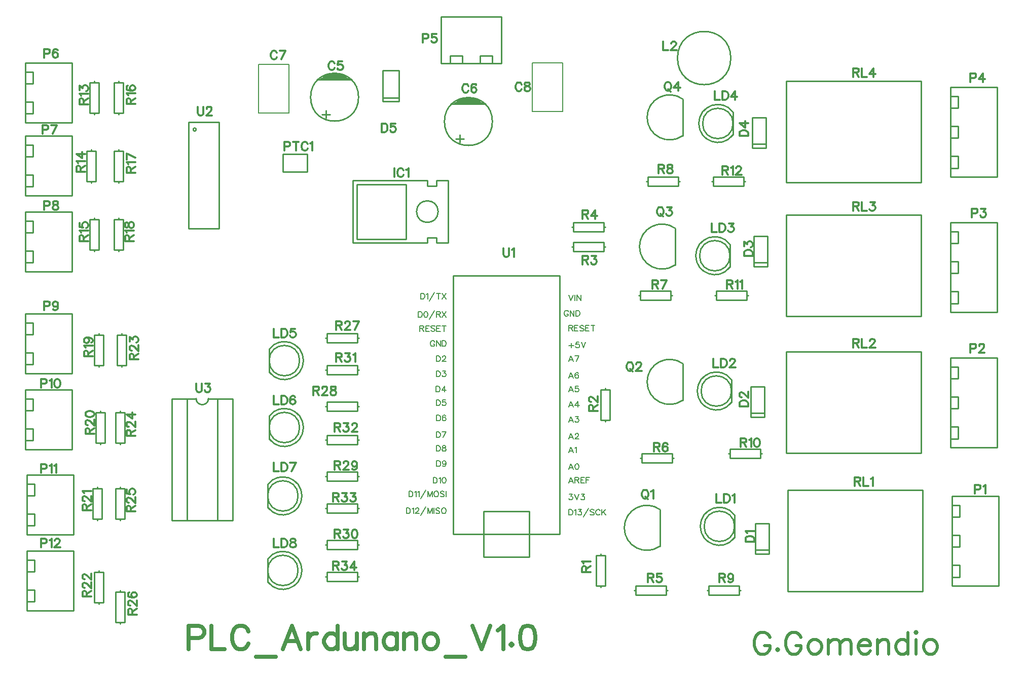
<source format=gto>
G04 ---------------------------- Layer name :TOP SILK LAYER*
G04 EasyEDA v5.4.11, Mon, 30 Apr 2018 15:56:54 GMT*
G04 06b4e347cf69432585f47c541de25614*
G04 Gerber Generator version 0.2*
G04 Scale: 100 percent, Rotated: No, Reflected: No *
G04 Dimensions in inches *
G04 leading zeros omitted , absolute positions ,2 integer and 4 decimal *
%FSLAX24Y24*%
%MOIN*%
G90*
G70D02*

%ADD10C,0.010000*%
%ADD25C,0.009000*%
%ADD26C,0.007000*%
%ADD27C,0.028000*%
%ADD28C,0.020000*%
%ADD29C,0.012000*%
%ADD30C,0.008000*%

%LPD*%
G54D10*
G01X29200Y9000D02*
G01X36200Y9000D01*
G01X36200Y9000D02*
G01X36200Y26000D01*
G01X36200Y26000D02*
G01X29200Y26000D01*
G01X29200Y26000D02*
G01X29200Y9000D01*
G01X31200Y10500D02*
G01X31200Y7500D01*
G01X34200Y7500D01*
G01X34200Y10500D01*
G01X31200Y10500D01*
G01X38600Y5600D02*
G01X38600Y7600D01*
G01X38600Y7600D02*
G01X38900Y7600D01*
G01X38900Y7600D02*
G01X39200Y7600D01*
G01X39200Y7600D02*
G01X39200Y5600D01*
G01X39200Y5600D02*
G01X38900Y5600D01*
G01X38900Y5600D02*
G01X38600Y5600D01*
G01X38900Y7600D02*
G01X38900Y7700D01*
G01X38900Y5600D02*
G01X38900Y5500D01*
G01X38900Y16500D02*
G01X38900Y18500D01*
G01X38900Y18500D02*
G01X39200Y18500D01*
G01X39200Y18500D02*
G01X39500Y18500D01*
G01X39500Y18500D02*
G01X39500Y16500D01*
G01X39500Y16500D02*
G01X39200Y16500D01*
G01X39200Y16500D02*
G01X38900Y16500D01*
G01X39200Y18500D02*
G01X39200Y18600D01*
G01X39200Y16500D02*
G01X39200Y16400D01*
G01X37100Y28200D02*
G01X39100Y28200D01*
G01X39100Y28200D02*
G01X39100Y27900D01*
G01X39100Y27900D02*
G01X39100Y27600D01*
G01X39100Y27600D02*
G01X37100Y27600D01*
G01X37100Y27600D02*
G01X37100Y27900D01*
G01X37100Y27900D02*
G01X37100Y28200D01*
G01X39100Y27900D02*
G01X39200Y27900D01*
G01X37100Y27900D02*
G01X37000Y27900D01*
G01X37100Y29500D02*
G01X39100Y29500D01*
G01X39100Y29500D02*
G01X39100Y29200D01*
G01X39100Y29200D02*
G01X39100Y28900D01*
G01X39100Y28900D02*
G01X37100Y28900D01*
G01X37100Y28900D02*
G01X37100Y29200D01*
G01X37100Y29200D02*
G01X37100Y29500D01*
G01X39100Y29200D02*
G01X39200Y29200D01*
G01X37100Y29200D02*
G01X37000Y29200D01*
G01X43200Y5000D02*
G01X41200Y5000D01*
G01X41200Y5000D02*
G01X41200Y5300D01*
G01X41200Y5300D02*
G01X41200Y5600D01*
G01X41200Y5600D02*
G01X43200Y5600D01*
G01X43200Y5600D02*
G01X43200Y5300D01*
G01X43200Y5300D02*
G01X43200Y5000D01*
G01X41200Y5300D02*
G01X41100Y5300D01*
G01X43200Y5300D02*
G01X43300Y5300D01*
G01X43600Y13700D02*
G01X41600Y13700D01*
G01X41600Y13700D02*
G01X41600Y14000D01*
G01X41600Y14000D02*
G01X41600Y14300D01*
G01X41600Y14300D02*
G01X43600Y14300D01*
G01X43600Y14300D02*
G01X43600Y14000D01*
G01X43600Y14000D02*
G01X43600Y13700D01*
G01X41600Y14000D02*
G01X41500Y14000D01*
G01X43600Y14000D02*
G01X43700Y14000D01*
G01X43500Y24400D02*
G01X41500Y24400D01*
G01X41500Y24400D02*
G01X41500Y24700D01*
G01X41500Y24700D02*
G01X41500Y25000D01*
G01X41500Y25000D02*
G01X43500Y25000D01*
G01X43500Y25000D02*
G01X43500Y24700D01*
G01X43500Y24700D02*
G01X43500Y24400D01*
G01X41500Y24700D02*
G01X41400Y24700D01*
G01X43500Y24700D02*
G01X43600Y24700D01*
G01X44000Y31900D02*
G01X42000Y31900D01*
G01X42000Y31900D02*
G01X42000Y32200D01*
G01X42000Y32200D02*
G01X42000Y32500D01*
G01X42000Y32500D02*
G01X44000Y32500D01*
G01X44000Y32500D02*
G01X44000Y32200D01*
G01X44000Y32200D02*
G01X44000Y31900D01*
G01X42000Y32200D02*
G01X41900Y32200D01*
G01X44000Y32200D02*
G01X44100Y32200D01*
G01X42800Y10600D02*
G01X42800Y8200D01*
G01X44300Y20200D02*
G01X44300Y17800D01*
G01X43800Y29100D02*
G01X43800Y26700D01*
G01X44300Y37600D02*
G01X44300Y35200D01*
G01X46000Y5600D02*
G01X48000Y5600D01*
G01X48000Y5600D02*
G01X48000Y5300D01*
G01X48000Y5300D02*
G01X48000Y5000D01*
G01X48000Y5000D02*
G01X46000Y5000D01*
G01X46000Y5000D02*
G01X46000Y5300D01*
G01X46000Y5300D02*
G01X46000Y5600D01*
G01X48000Y5300D02*
G01X48100Y5300D01*
G01X46000Y5300D02*
G01X45900Y5300D01*
G01X47400Y14600D02*
G01X49400Y14600D01*
G01X49400Y14600D02*
G01X49400Y14300D01*
G01X49400Y14300D02*
G01X49400Y14000D01*
G01X49400Y14000D02*
G01X47400Y14000D01*
G01X47400Y14000D02*
G01X47400Y14300D01*
G01X47400Y14300D02*
G01X47400Y14600D01*
G01X49400Y14300D02*
G01X49500Y14300D01*
G01X47400Y14300D02*
G01X47300Y14300D01*
G01X46500Y25000D02*
G01X48500Y25000D01*
G01X48500Y25000D02*
G01X48500Y24700D01*
G01X48500Y24700D02*
G01X48500Y24400D01*
G01X48500Y24400D02*
G01X46500Y24400D01*
G01X46500Y24400D02*
G01X46500Y24700D01*
G01X46500Y24700D02*
G01X46500Y25000D01*
G01X48500Y24700D02*
G01X48600Y24700D01*
G01X46500Y24700D02*
G01X46400Y24700D01*
G01X46300Y32500D02*
G01X48300Y32500D01*
G01X48300Y32500D02*
G01X48300Y32200D01*
G01X48300Y32200D02*
G01X48300Y31900D01*
G01X48300Y31900D02*
G01X46300Y31900D01*
G01X46300Y31900D02*
G01X46300Y32200D01*
G01X46300Y32200D02*
G01X46300Y32500D01*
G01X48300Y32200D02*
G01X48400Y32200D01*
G01X46300Y32200D02*
G01X46200Y32200D01*
G01X47700Y8750D02*
G01X47700Y10250D01*
G01X47500Y17650D02*
G01X47500Y19150D01*
G01X47400Y26550D02*
G01X47400Y28050D01*
G01X47600Y35250D02*
G01X47600Y36750D01*
G54D25*
G01X49950Y9700D02*
G01X49950Y7700D01*
G01X49050Y7700D01*
G01X49050Y9700D01*
G01X49950Y9700D01*
G01X49950Y7950D02*
G01X49050Y7950D01*
G01X49650Y18700D02*
G01X49650Y16700D01*
G01X48750Y16700D01*
G01X48750Y18700D01*
G01X49650Y18700D01*
G01X49650Y16950D02*
G01X48750Y16950D01*
G01X49850Y28600D02*
G01X49850Y26600D01*
G01X48950Y26600D01*
G01X48950Y28600D01*
G01X49850Y28600D01*
G01X49850Y26850D02*
G01X48950Y26850D01*
G01X49750Y36400D02*
G01X49750Y34400D01*
G01X48850Y34400D01*
G01X48850Y36400D01*
G01X49750Y36400D01*
G01X49750Y34650D02*
G01X48850Y34650D01*
G54D10*
G01X65075Y11484D02*
G01X65075Y7546D01*
G01X65075Y5578D01*
G01X63500Y5578D01*
G01X62004Y5578D01*
G01X62004Y7546D01*
G01X62004Y11484D01*
G01X63500Y11484D01*
G01X65075Y11484D01*
G01X62004Y6957D02*
G01X62515Y6957D01*
G01X62515Y6169D01*
G01X62004Y6169D01*
G01X62004Y8138D02*
G01X62515Y8138D01*
G01X62515Y8925D01*
G01X62004Y8925D01*
G01X62004Y10105D02*
G01X62515Y10105D01*
G01X62515Y10894D01*
G01X62004Y10894D01*
G01X64975Y20584D02*
G01X64975Y16646D01*
G01X64975Y14678D01*
G01X63400Y14678D01*
G01X61904Y14678D01*
G01X61904Y16646D01*
G01X61904Y20584D01*
G01X63400Y20584D01*
G01X64975Y20584D01*
G01X61904Y16057D02*
G01X62415Y16057D01*
G01X62415Y15269D01*
G01X61904Y15269D01*
G01X61904Y17238D02*
G01X62415Y17238D01*
G01X62415Y18025D01*
G01X61904Y18025D01*
G01X61904Y19205D02*
G01X62415Y19205D01*
G01X62415Y19994D01*
G01X61904Y19994D01*
G01X64975Y29484D02*
G01X64975Y25546D01*
G01X64975Y23578D01*
G01X63400Y23578D01*
G01X61904Y23578D01*
G01X61904Y25546D01*
G01X61904Y29484D01*
G01X63400Y29484D01*
G01X64975Y29484D01*
G01X61904Y24957D02*
G01X62415Y24957D01*
G01X62415Y24169D01*
G01X61904Y24169D01*
G01X61904Y26138D02*
G01X62415Y26138D01*
G01X62415Y26925D01*
G01X61904Y26925D01*
G01X61904Y28105D02*
G01X62415Y28105D01*
G01X62415Y28894D01*
G01X61904Y28894D01*
G01X64975Y38384D02*
G01X64975Y34446D01*
G01X64975Y32478D01*
G01X63400Y32478D01*
G01X61904Y32478D01*
G01X61904Y34446D01*
G01X61904Y38384D01*
G01X63400Y38384D01*
G01X64975Y38384D01*
G01X61904Y33857D02*
G01X62415Y33857D01*
G01X62415Y33069D01*
G01X61904Y33069D01*
G01X61904Y35038D02*
G01X62415Y35038D01*
G01X62415Y35825D01*
G01X61904Y35825D01*
G01X61904Y37005D02*
G01X62415Y37005D01*
G01X62415Y37794D01*
G01X61904Y37794D01*
G01X51200Y11900D02*
G01X51200Y5207D01*
G01X60060Y5209D01*
G01X60057Y11900D01*
G01X51200Y11900D01*
G01X51100Y21000D02*
G01X51100Y14307D01*
G01X59960Y14309D01*
G01X59957Y21000D01*
G01X51100Y21000D01*
G01X51100Y30000D02*
G01X51100Y23307D01*
G01X59960Y23309D01*
G01X59957Y30000D01*
G01X51100Y30000D01*
G01X51100Y38800D02*
G01X51100Y32107D01*
G01X59960Y32109D01*
G01X59957Y38800D01*
G01X51100Y38800D01*
G01X22600Y32250D02*
G01X22600Y28150D01*
G01X28850Y28150D02*
G01X28850Y32250D01*
G01X22600Y28150D02*
G01X27500Y28150D01*
G01X27500Y28150D02*
G01X27500Y28500D01*
G01X27500Y28500D02*
G01X28100Y28500D01*
G01X28100Y28500D02*
G01X28100Y28150D01*
G01X28100Y28150D02*
G01X28850Y28150D01*
G01X22600Y32250D02*
G01X27500Y32250D01*
G01X27500Y32250D02*
G01X27500Y31900D01*
G01X27500Y31900D02*
G01X28100Y31900D01*
G01X28100Y31900D02*
G01X28100Y32250D01*
G01X28100Y32250D02*
G01X28850Y32250D01*
G01X22850Y32000D02*
G01X22850Y28400D01*
G01X26100Y28400D02*
G01X22850Y28400D01*
G01X26100Y28400D02*
G01X26100Y32000D01*
G01X22850Y32000D02*
G01X26100Y32000D01*
G54D25*
G01X25639Y39500D02*
G01X25639Y37450D01*
G01X24560Y37450D01*
G01X24560Y39500D01*
G01X25639Y39500D01*
G01X25639Y37700D02*
G01X24560Y37700D01*
G54D10*
G01X18013Y33990D02*
G01X19586Y33990D01*
G01X19586Y33990D02*
G01X19586Y32809D01*
G01X19586Y32809D02*
G01X18013Y32809D01*
G01X18013Y32809D02*
G01X18013Y33990D01*
G01X21110Y36602D02*
G01X20580Y36602D01*
G01X20839Y36852D02*
G01X20839Y36361D01*
G01X29910Y35002D02*
G01X29380Y35002D01*
G01X29639Y35252D02*
G01X29639Y34761D01*
G54D26*
G01X17400Y36700D02*
G01X16400Y36700D01*
G01X16400Y39900D01*
G01X18400Y39900D01*
G01X18400Y36700D01*
G01X17400Y36700D01*
G01X35400Y40000D02*
G01X36400Y40000D01*
G01X36400Y36800D01*
G01X34400Y36800D01*
G01X34400Y40000D01*
G01X35400Y40000D01*
G54D10*
G01X32352Y43025D02*
G01X32352Y41450D01*
G01X32352Y39954D01*
G01X28415Y39954D01*
G01X28415Y41450D01*
G01X28415Y43025D01*
G01X32352Y43025D01*
G01X29006Y39954D02*
G01X29006Y40465D01*
G01X29793Y40465D01*
G01X29793Y39954D01*
G01X30975Y39954D02*
G01X30975Y40465D01*
G01X31761Y40465D01*
G01X31761Y39954D01*
G01X4125Y36046D02*
G01X2550Y36046D01*
G01X1053Y36046D01*
G01X1053Y39984D01*
G01X2550Y39984D01*
G01X4125Y39984D01*
G01X4125Y36046D01*
G01X1053Y39394D02*
G01X1565Y39394D01*
G01X1565Y38605D01*
G01X1053Y38605D01*
G01X1053Y37425D02*
G01X1565Y37425D01*
G01X1565Y36638D01*
G01X1053Y36638D01*
G01X4125Y31246D02*
G01X2550Y31246D01*
G01X1053Y31246D01*
G01X1053Y35184D01*
G01X2550Y35184D01*
G01X4125Y35184D01*
G01X4125Y31246D01*
G01X1053Y34594D02*
G01X1565Y34594D01*
G01X1565Y33805D01*
G01X1053Y33805D01*
G01X1053Y32625D02*
G01X1565Y32625D01*
G01X1565Y31838D01*
G01X1053Y31838D01*
G01X4125Y26246D02*
G01X2550Y26246D01*
G01X1053Y26246D01*
G01X1053Y30184D01*
G01X2550Y30184D01*
G01X4125Y30184D01*
G01X4125Y26246D01*
G01X1053Y29594D02*
G01X1565Y29594D01*
G01X1565Y28805D01*
G01X1053Y28805D01*
G01X1053Y27625D02*
G01X1565Y27625D01*
G01X1565Y26838D01*
G01X1053Y26838D01*
G01X5900Y38700D02*
G01X5900Y36700D01*
G01X5900Y36700D02*
G01X5600Y36700D01*
G01X5600Y36700D02*
G01X5300Y36700D01*
G01X5300Y36700D02*
G01X5300Y38700D01*
G01X5300Y38700D02*
G01X5600Y38700D01*
G01X5600Y38700D02*
G01X5900Y38700D01*
G01X5600Y36700D02*
G01X5600Y36600D01*
G01X5600Y38700D02*
G01X5600Y38800D01*
G01X5700Y34200D02*
G01X5700Y32200D01*
G01X5700Y32200D02*
G01X5400Y32200D01*
G01X5400Y32200D02*
G01X5100Y32200D01*
G01X5100Y32200D02*
G01X5100Y34200D01*
G01X5100Y34200D02*
G01X5400Y34200D01*
G01X5400Y34200D02*
G01X5700Y34200D01*
G01X5400Y32200D02*
G01X5400Y32100D01*
G01X5400Y34200D02*
G01X5400Y34300D01*
G01X5900Y29700D02*
G01X5900Y27700D01*
G01X5900Y27700D02*
G01X5600Y27700D01*
G01X5600Y27700D02*
G01X5300Y27700D01*
G01X5300Y27700D02*
G01X5300Y29700D01*
G01X5300Y29700D02*
G01X5600Y29700D01*
G01X5600Y29700D02*
G01X5900Y29700D01*
G01X5600Y27700D02*
G01X5600Y27600D01*
G01X5600Y29700D02*
G01X5600Y29800D01*
G01X7500Y38700D02*
G01X7500Y36700D01*
G01X7500Y36700D02*
G01X7200Y36700D01*
G01X7200Y36700D02*
G01X6900Y36700D01*
G01X6900Y36700D02*
G01X6900Y38700D01*
G01X6900Y38700D02*
G01X7200Y38700D01*
G01X7200Y38700D02*
G01X7500Y38700D01*
G01X7200Y36700D02*
G01X7200Y36600D01*
G01X7200Y38700D02*
G01X7200Y38800D01*
G01X7500Y34200D02*
G01X7500Y32200D01*
G01X7500Y32200D02*
G01X7200Y32200D01*
G01X7200Y32200D02*
G01X6900Y32200D01*
G01X6900Y32200D02*
G01X6900Y34200D01*
G01X6900Y34200D02*
G01X7200Y34200D01*
G01X7200Y34200D02*
G01X7500Y34200D01*
G01X7200Y32200D02*
G01X7200Y32100D01*
G01X7200Y34200D02*
G01X7200Y34300D01*
G01X6900Y27700D02*
G01X6900Y29700D01*
G01X6900Y29700D02*
G01X7200Y29700D01*
G01X7200Y29700D02*
G01X7500Y29700D01*
G01X7500Y29700D02*
G01X7500Y27700D01*
G01X7500Y27700D02*
G01X7200Y27700D01*
G01X7200Y27700D02*
G01X6900Y27700D01*
G01X7200Y29700D02*
G01X7200Y29800D01*
G01X7200Y27700D02*
G01X7200Y27600D01*
G01X4125Y19546D02*
G01X2550Y19546D01*
G01X1053Y19546D01*
G01X1053Y23484D01*
G01X2550Y23484D01*
G01X4125Y23484D01*
G01X4125Y19546D01*
G01X1053Y22894D02*
G01X1565Y22894D01*
G01X1565Y22105D01*
G01X1053Y22105D01*
G01X1053Y20925D02*
G01X1565Y20925D01*
G01X1565Y20138D01*
G01X1053Y20138D01*
G01X4125Y14546D02*
G01X2550Y14546D01*
G01X1053Y14546D01*
G01X1053Y18484D01*
G01X2550Y18484D01*
G01X4125Y18484D01*
G01X4125Y14546D01*
G01X1053Y17894D02*
G01X1565Y17894D01*
G01X1565Y17105D01*
G01X1053Y17105D01*
G01X1053Y15925D02*
G01X1565Y15925D01*
G01X1565Y15138D01*
G01X1053Y15138D01*
G01X4225Y8946D02*
G01X2650Y8946D01*
G01X1153Y8946D01*
G01X1153Y12884D01*
G01X2650Y12884D01*
G01X4225Y12884D01*
G01X4225Y8946D01*
G01X1153Y12294D02*
G01X1665Y12294D01*
G01X1665Y11505D01*
G01X1153Y11505D01*
G01X1153Y10325D02*
G01X1665Y10325D01*
G01X1665Y9538D01*
G01X1153Y9538D01*
G01X4225Y3946D02*
G01X2650Y3946D01*
G01X1153Y3946D01*
G01X1153Y7884D01*
G01X2650Y7884D01*
G01X4225Y7884D01*
G01X4225Y3946D01*
G01X1153Y7294D02*
G01X1665Y7294D01*
G01X1665Y6505D01*
G01X1153Y6505D01*
G01X1153Y5325D02*
G01X1665Y5325D01*
G01X1665Y4538D01*
G01X1153Y4538D01*
G01X6200Y22100D02*
G01X6200Y20100D01*
G01X6200Y20100D02*
G01X5900Y20100D01*
G01X5900Y20100D02*
G01X5600Y20100D01*
G01X5600Y20100D02*
G01X5600Y22100D01*
G01X5600Y22100D02*
G01X5900Y22100D01*
G01X5900Y22100D02*
G01X6200Y22100D01*
G01X5900Y20100D02*
G01X5900Y20000D01*
G01X5900Y22100D02*
G01X5900Y22200D01*
G01X6300Y17000D02*
G01X6300Y15000D01*
G01X6300Y15000D02*
G01X6000Y15000D01*
G01X6000Y15000D02*
G01X5700Y15000D01*
G01X5700Y15000D02*
G01X5700Y17000D01*
G01X5700Y17000D02*
G01X6000Y17000D01*
G01X6000Y17000D02*
G01X6300Y17000D01*
G01X6000Y15000D02*
G01X6000Y14900D01*
G01X6000Y17000D02*
G01X6000Y17100D01*
G01X6100Y12000D02*
G01X6100Y10000D01*
G01X6100Y10000D02*
G01X5800Y10000D01*
G01X5800Y10000D02*
G01X5500Y10000D01*
G01X5500Y10000D02*
G01X5500Y12000D01*
G01X5500Y12000D02*
G01X5800Y12000D01*
G01X5800Y12000D02*
G01X6100Y12000D01*
G01X5800Y10000D02*
G01X5800Y9900D01*
G01X5800Y12000D02*
G01X5800Y12100D01*
G01X6200Y6500D02*
G01X6200Y4500D01*
G01X6200Y4500D02*
G01X5900Y4500D01*
G01X5900Y4500D02*
G01X5600Y4500D01*
G01X5600Y4500D02*
G01X5600Y6500D01*
G01X5600Y6500D02*
G01X5900Y6500D01*
G01X5900Y6500D02*
G01X6200Y6500D01*
G01X5900Y4500D02*
G01X5900Y4400D01*
G01X5900Y6500D02*
G01X5900Y6600D01*
G01X7700Y22100D02*
G01X7700Y20100D01*
G01X7700Y20100D02*
G01X7400Y20100D01*
G01X7400Y20100D02*
G01X7100Y20100D01*
G01X7100Y20100D02*
G01X7100Y22100D01*
G01X7100Y22100D02*
G01X7400Y22100D01*
G01X7400Y22100D02*
G01X7700Y22100D01*
G01X7400Y20100D02*
G01X7400Y20000D01*
G01X7400Y22100D02*
G01X7400Y22200D01*
G01X7000Y15000D02*
G01X7000Y17000D01*
G01X7000Y17000D02*
G01X7300Y17000D01*
G01X7300Y17000D02*
G01X7600Y17000D01*
G01X7600Y17000D02*
G01X7600Y15000D01*
G01X7600Y15000D02*
G01X7300Y15000D01*
G01X7300Y15000D02*
G01X7000Y15000D01*
G01X7300Y17000D02*
G01X7300Y17100D01*
G01X7300Y15000D02*
G01X7300Y14900D01*
G01X7000Y10000D02*
G01X7000Y12000D01*
G01X7000Y12000D02*
G01X7300Y12000D01*
G01X7300Y12000D02*
G01X7600Y12000D01*
G01X7600Y12000D02*
G01X7600Y10000D01*
G01X7600Y10000D02*
G01X7300Y10000D01*
G01X7300Y10000D02*
G01X7000Y10000D01*
G01X7300Y12000D02*
G01X7300Y12100D01*
G01X7300Y10000D02*
G01X7300Y9900D01*
G01X7000Y3200D02*
G01X7000Y5200D01*
G01X7000Y5200D02*
G01X7300Y5200D01*
G01X7300Y5200D02*
G01X7600Y5200D01*
G01X7600Y5200D02*
G01X7600Y3200D01*
G01X7600Y3200D02*
G01X7300Y3200D01*
G01X7300Y3200D02*
G01X7000Y3200D01*
G01X7300Y5200D02*
G01X7300Y5300D01*
G01X7300Y3200D02*
G01X7300Y3100D01*
G01X14700Y9900D02*
G01X14700Y17900D01*
G01X10700Y17900D02*
G01X10700Y9900D01*
G01X14700Y9900D02*
G01X13700Y9900D01*
G01X14700Y17900D02*
G01X13700Y17900D01*
G01X10700Y17900D02*
G01X11700Y17900D01*
G01X13700Y17900D02*
G01X13700Y9900D01*
G01X13700Y17900D02*
G01X13100Y17900D01*
G01X13700Y9900D02*
G01X11700Y9900D01*
G01X11700Y17900D02*
G01X11700Y9900D01*
G01X11700Y17900D02*
G01X12300Y17900D01*
G01X11700Y9900D02*
G01X10700Y9900D01*
G01X22900Y21600D02*
G01X20900Y21600D01*
G01X20900Y21600D02*
G01X20900Y21900D01*
G01X20900Y21900D02*
G01X20900Y22200D01*
G01X20900Y22200D02*
G01X22900Y22200D01*
G01X22900Y22200D02*
G01X22900Y21900D01*
G01X22900Y21900D02*
G01X22900Y21600D01*
G01X20900Y21900D02*
G01X20800Y21900D01*
G01X22900Y21900D02*
G01X23000Y21900D01*
G01X22900Y17100D02*
G01X20900Y17100D01*
G01X20900Y17100D02*
G01X20900Y17400D01*
G01X20900Y17400D02*
G01X20900Y17700D01*
G01X20900Y17700D02*
G01X22900Y17700D01*
G01X22900Y17700D02*
G01X22900Y17400D01*
G01X22900Y17400D02*
G01X22900Y17100D01*
G01X20900Y17400D02*
G01X20800Y17400D01*
G01X22900Y17400D02*
G01X23000Y17400D01*
G01X22900Y12500D02*
G01X20900Y12500D01*
G01X20900Y12500D02*
G01X20900Y12800D01*
G01X20900Y12800D02*
G01X20900Y13100D01*
G01X20900Y13100D02*
G01X22900Y13100D01*
G01X22900Y13100D02*
G01X22900Y12800D01*
G01X22900Y12800D02*
G01X22900Y12500D01*
G01X20900Y12800D02*
G01X20800Y12800D01*
G01X22900Y12800D02*
G01X23000Y12800D01*
G01X22900Y8000D02*
G01X20900Y8000D01*
G01X20900Y8000D02*
G01X20900Y8300D01*
G01X20900Y8300D02*
G01X20900Y8600D01*
G01X20900Y8600D02*
G01X22900Y8600D01*
G01X22900Y8600D02*
G01X22900Y8300D01*
G01X22900Y8300D02*
G01X22900Y8000D01*
G01X20900Y8300D02*
G01X20800Y8300D01*
G01X22900Y8300D02*
G01X23000Y8300D01*
G01X17100Y21150D02*
G01X17100Y19650D01*
G01X17100Y16750D02*
G01X17100Y15250D01*
G01X17000Y12250D02*
G01X17000Y10750D01*
G01X17000Y7350D02*
G01X17000Y5850D01*
G01X22900Y19500D02*
G01X20900Y19500D01*
G01X20900Y19500D02*
G01X20900Y19800D01*
G01X20900Y19800D02*
G01X20900Y20100D01*
G01X20900Y20100D02*
G01X22900Y20100D01*
G01X22900Y20100D02*
G01X22900Y19800D01*
G01X22900Y19800D02*
G01X22900Y19500D01*
G01X20900Y19800D02*
G01X20800Y19800D01*
G01X22900Y19800D02*
G01X23000Y19800D01*
G01X22900Y14900D02*
G01X20900Y14900D01*
G01X20900Y14900D02*
G01X20900Y15200D01*
G01X20900Y15200D02*
G01X20900Y15500D01*
G01X20900Y15500D02*
G01X22900Y15500D01*
G01X22900Y15500D02*
G01X22900Y15200D01*
G01X22900Y15200D02*
G01X22900Y14900D01*
G01X20900Y15200D02*
G01X20800Y15200D01*
G01X22900Y15200D02*
G01X23000Y15200D01*
G01X22900Y10400D02*
G01X20900Y10400D01*
G01X20900Y10400D02*
G01X20900Y10700D01*
G01X20900Y10700D02*
G01X20900Y11000D01*
G01X20900Y11000D02*
G01X22900Y11000D01*
G01X22900Y11000D02*
G01X22900Y10700D01*
G01X22900Y10700D02*
G01X22900Y10400D01*
G01X20900Y10700D02*
G01X20800Y10700D01*
G01X22900Y10700D02*
G01X23000Y10700D01*
G01X22900Y5900D02*
G01X20900Y5900D01*
G01X20900Y5900D02*
G01X20900Y6200D01*
G01X20900Y6200D02*
G01X20900Y6500D01*
G01X20900Y6500D02*
G01X22900Y6500D01*
G01X22900Y6500D02*
G01X22900Y6200D01*
G01X22900Y6200D02*
G01X22900Y5900D01*
G01X20900Y6200D02*
G01X20800Y6200D01*
G01X22900Y6200D02*
G01X23000Y6200D01*
G54D25*
G01X11800Y36100D02*
G01X11800Y29100D01*
G01X13800Y29100D01*
G01X13800Y36100D01*
G01X11800Y36100D01*
G54D27*
G01X11800Y2955D02*
G01X11800Y1426D01*
G01X11800Y2955D02*
G01X12455Y2955D01*
G01X12672Y2882D01*
G01X12744Y2809D01*
G01X12818Y2663D01*
G01X12818Y2446D01*
G01X12744Y2300D01*
G01X12672Y2226D01*
G01X12455Y2155D01*
G01X11800Y2155D01*
G01X13297Y2955D02*
G01X13297Y1426D01*
G01X13297Y1426D02*
G01X14171Y1426D01*
G01X15742Y2590D02*
G01X15668Y2736D01*
G01X15523Y2882D01*
G01X15377Y2955D01*
G01X15086Y2955D01*
G01X14942Y2882D01*
G01X14796Y2736D01*
G01X14723Y2590D01*
G01X14651Y2373D01*
G01X14651Y2009D01*
G01X14723Y1790D01*
G01X14796Y1646D01*
G01X14942Y1500D01*
G01X15086Y1426D01*
G01X15377Y1426D01*
G01X15523Y1500D01*
G01X15668Y1646D01*
G01X15742Y1790D01*
G01X16222Y917D02*
G01X17531Y917D01*
G01X18593Y2955D02*
G01X18010Y1426D01*
G01X18593Y2955D02*
G01X19175Y1426D01*
G01X18228Y1936D02*
G01X18956Y1936D01*
G01X19655Y2446D02*
G01X19655Y1426D01*
G01X19655Y2009D02*
G01X19727Y2226D01*
G01X19872Y2373D01*
G01X20018Y2446D01*
G01X20235Y2446D01*
G01X21589Y2955D02*
G01X21589Y1426D01*
G01X21589Y2226D02*
G01X21443Y2373D01*
G01X21297Y2446D01*
G01X21080Y2446D01*
G01X20935Y2373D01*
G01X20789Y2226D01*
G01X20715Y2009D01*
G01X20715Y1863D01*
G01X20789Y1646D01*
G01X20935Y1500D01*
G01X21080Y1426D01*
G01X21297Y1426D01*
G01X21443Y1500D01*
G01X21589Y1646D01*
G01X22068Y2446D02*
G01X22068Y1717D01*
G01X22142Y1500D01*
G01X22286Y1426D01*
G01X22505Y1426D01*
G01X22651Y1500D01*
G01X22868Y1717D01*
G01X22868Y2446D02*
G01X22868Y1426D01*
G01X23348Y2446D02*
G01X23348Y1426D01*
G01X23348Y2155D02*
G01X23567Y2373D01*
G01X23713Y2446D01*
G01X23931Y2446D01*
G01X24076Y2373D01*
G01X24148Y2155D01*
G01X24148Y1426D01*
G01X25502Y2446D02*
G01X25502Y1426D01*
G01X25502Y2226D02*
G01X25356Y2373D01*
G01X25210Y2446D01*
G01X24993Y2446D01*
G01X24847Y2373D01*
G01X24702Y2226D01*
G01X24628Y2009D01*
G01X24628Y1863D01*
G01X24702Y1646D01*
G01X24847Y1500D01*
G01X24993Y1426D01*
G01X25210Y1426D01*
G01X25356Y1500D01*
G01X25502Y1646D01*
G01X25981Y2446D02*
G01X25981Y1426D01*
G01X25981Y2155D02*
G01X26200Y2373D01*
G01X26344Y2446D01*
G01X26564Y2446D01*
G01X26709Y2373D01*
G01X26781Y2155D01*
G01X26781Y1426D01*
G01X27625Y2446D02*
G01X27480Y2373D01*
G01X27335Y2226D01*
G01X27261Y2009D01*
G01X27261Y1863D01*
G01X27335Y1646D01*
G01X27480Y1500D01*
G01X27625Y1426D01*
G01X27843Y1426D01*
G01X27989Y1500D01*
G01X28135Y1646D01*
G01X28206Y1863D01*
G01X28206Y2009D01*
G01X28135Y2226D01*
G01X27989Y2373D01*
G01X27843Y2446D01*
G01X27625Y2446D01*
G01X28686Y917D02*
G01X29996Y917D01*
G01X30476Y2955D02*
G01X31057Y1426D01*
G01X31639Y2955D02*
G01X31057Y1426D01*
G01X32119Y2663D02*
G01X32264Y2736D01*
G01X32484Y2955D01*
G01X32484Y1426D01*
G01X33035Y1790D02*
G01X32964Y1717D01*
G01X33035Y1646D01*
G01X33109Y1717D01*
G01X33035Y1790D01*
G01X34025Y2955D02*
G01X33806Y2882D01*
G01X33661Y2663D01*
G01X33589Y2300D01*
G01X33589Y2082D01*
G01X33661Y1717D01*
G01X33806Y1500D01*
G01X34025Y1426D01*
G01X34171Y1426D01*
G01X34389Y1500D01*
G01X34535Y1717D01*
G01X34606Y2082D01*
G01X34606Y2300D01*
G01X34535Y2663D01*
G01X34389Y2882D01*
G01X34171Y2955D01*
G01X34025Y2955D01*
G54D28*
G01X50022Y2190D02*
G01X49955Y2328D01*
G01X49818Y2463D01*
G01X49681Y2532D01*
G01X49409Y2532D01*
G01X49272Y2463D01*
G01X49135Y2328D01*
G01X49068Y2190D01*
G01X49000Y1986D01*
G01X49000Y1646D01*
G01X49068Y1440D01*
G01X49135Y1305D01*
G01X49272Y1169D01*
G01X49409Y1100D01*
G01X49681Y1100D01*
G01X49818Y1169D01*
G01X49955Y1305D01*
G01X50022Y1440D01*
G01X50022Y1646D01*
G01X49681Y1646D02*
G01X50022Y1646D01*
G01X50540Y1440D02*
G01X50472Y1373D01*
G01X50540Y1305D01*
G01X50609Y1373D01*
G01X50540Y1440D01*
G01X52081Y2190D02*
G01X52014Y2328D01*
G01X51877Y2463D01*
G01X51740Y2532D01*
G01X51468Y2532D01*
G01X51331Y2463D01*
G01X51194Y2328D01*
G01X51127Y2190D01*
G01X51059Y1986D01*
G01X51059Y1646D01*
G01X51127Y1440D01*
G01X51194Y1305D01*
G01X51331Y1169D01*
G01X51468Y1100D01*
G01X51740Y1100D01*
G01X51877Y1169D01*
G01X52014Y1305D01*
G01X52081Y1440D01*
G01X52081Y1646D01*
G01X51740Y1646D02*
G01X52081Y1646D01*
G01X52872Y2055D02*
G01X52735Y1986D01*
G01X52600Y1850D01*
G01X52531Y1646D01*
G01X52531Y1509D01*
G01X52600Y1305D01*
G01X52735Y1169D01*
G01X52872Y1100D01*
G01X53077Y1100D01*
G01X53214Y1169D01*
G01X53350Y1305D01*
G01X53418Y1509D01*
G01X53418Y1646D01*
G01X53350Y1850D01*
G01X53214Y1986D01*
G01X53077Y2055D01*
G01X52872Y2055D01*
G01X53868Y2055D02*
G01X53868Y1100D01*
G01X53868Y1782D02*
G01X54072Y1986D01*
G01X54209Y2055D01*
G01X54414Y2055D01*
G01X54550Y1986D01*
G01X54618Y1782D01*
G01X54618Y1100D01*
G01X54618Y1782D02*
G01X54822Y1986D01*
G01X54959Y2055D01*
G01X55164Y2055D01*
G01X55300Y1986D01*
G01X55368Y1782D01*
G01X55368Y1100D01*
G01X55818Y1646D02*
G01X56635Y1646D01*
G01X56635Y1782D01*
G01X56568Y1919D01*
G01X56500Y1986D01*
G01X56364Y2055D01*
G01X56159Y2055D01*
G01X56022Y1986D01*
G01X55885Y1850D01*
G01X55818Y1646D01*
G01X55818Y1509D01*
G01X55885Y1305D01*
G01X56022Y1169D01*
G01X56159Y1100D01*
G01X56364Y1100D01*
G01X56500Y1169D01*
G01X56635Y1305D01*
G01X57085Y2055D02*
G01X57085Y1100D01*
G01X57085Y1782D02*
G01X57290Y1986D01*
G01X57427Y2055D01*
G01X57631Y2055D01*
G01X57768Y1986D01*
G01X57835Y1782D01*
G01X57835Y1100D01*
G01X59105Y2532D02*
G01X59105Y1100D01*
G01X59105Y1850D02*
G01X58968Y1986D01*
G01X58831Y2055D01*
G01X58627Y2055D01*
G01X58490Y1986D01*
G01X58355Y1850D01*
G01X58285Y1646D01*
G01X58285Y1509D01*
G01X58355Y1305D01*
G01X58490Y1169D01*
G01X58627Y1100D01*
G01X58831Y1100D01*
G01X58968Y1169D01*
G01X59105Y1305D01*
G01X59555Y2532D02*
G01X59622Y2463D01*
G01X59690Y2532D01*
G01X59622Y2600D01*
G01X59555Y2532D01*
G01X59622Y2055D02*
G01X59622Y1100D01*
G01X60481Y2055D02*
G01X60344Y1986D01*
G01X60209Y1850D01*
G01X60140Y1646D01*
G01X60140Y1509D01*
G01X60209Y1305D01*
G01X60344Y1169D01*
G01X60481Y1100D01*
G01X60685Y1100D01*
G01X60822Y1169D01*
G01X60959Y1305D01*
G01X61027Y1509D01*
G01X61027Y1646D01*
G01X60959Y1850D01*
G01X60822Y1986D01*
G01X60685Y2055D01*
G01X60481Y2055D01*
G54D29*
G01X43000Y41382D02*
G01X43000Y40809D01*
G01X43000Y40809D02*
G01X43327Y40809D01*
G01X43535Y41246D02*
G01X43535Y41273D01*
G01X43561Y41328D01*
G01X43589Y41355D01*
G01X43643Y41382D01*
G01X43752Y41382D01*
G01X43806Y41355D01*
G01X43835Y41328D01*
G01X43861Y41273D01*
G01X43861Y41219D01*
G01X43835Y41163D01*
G01X43780Y41082D01*
G01X43506Y40809D01*
G01X43889Y40809D01*
G01X32500Y27799D02*
G01X32500Y27390D01*
G01X32527Y27308D01*
G01X32581Y27254D01*
G01X32664Y27227D01*
G01X32718Y27227D01*
G01X32800Y27254D01*
G01X32855Y27308D01*
G01X32881Y27390D01*
G01X32881Y27799D01*
G01X33061Y27690D02*
G01X33115Y27717D01*
G01X33197Y27799D01*
G01X33197Y27227D01*
G54D30*
G01X27063Y24827D02*
G01X27063Y24444D01*
G01X27063Y24827D02*
G01X27189Y24827D01*
G01X27244Y24809D01*
G01X27281Y24773D01*
G01X27298Y24736D01*
G01X27318Y24682D01*
G01X27318Y24590D01*
G01X27298Y24536D01*
G01X27281Y24500D01*
G01X27244Y24463D01*
G01X27189Y24444D01*
G01X27063Y24444D01*
G01X27438Y24753D02*
G01X27473Y24773D01*
G01X27527Y24827D01*
G01X27527Y24444D01*
G01X27976Y24900D02*
G01X27647Y24317D01*
G01X28222Y24827D02*
G01X28222Y24444D01*
G01X28096Y24827D02*
G01X28350Y24827D01*
G01X28469Y24827D02*
G01X28725Y24444D01*
G01X28725Y24827D02*
G01X28469Y24444D01*
G01X36772Y23609D02*
G01X36755Y23646D01*
G01X36718Y23682D01*
G01X36681Y23700D01*
G01X36609Y23700D01*
G01X36572Y23682D01*
G01X36535Y23646D01*
G01X36518Y23609D01*
G01X36500Y23555D01*
G01X36500Y23464D01*
G01X36518Y23409D01*
G01X36535Y23373D01*
G01X36572Y23337D01*
G01X36609Y23318D01*
G01X36681Y23318D01*
G01X36718Y23337D01*
G01X36755Y23373D01*
G01X36772Y23409D01*
G01X36772Y23464D01*
G01X36681Y23464D02*
G01X36772Y23464D01*
G01X36893Y23700D02*
G01X36893Y23318D01*
G01X36893Y23700D02*
G01X37147Y23318D01*
G01X37147Y23700D02*
G01X37147Y23318D01*
G01X37267Y23700D02*
G01X37267Y23318D01*
G01X37267Y23700D02*
G01X37394Y23700D01*
G01X37448Y23682D01*
G01X37485Y23646D01*
G01X37504Y23609D01*
G01X37522Y23555D01*
G01X37522Y23464D01*
G01X37504Y23409D01*
G01X37485Y23373D01*
G01X37448Y23337D01*
G01X37394Y23318D01*
G01X37267Y23318D01*
G01X36964Y21563D02*
G01X36964Y21236D01*
G01X36800Y21400D02*
G01X37127Y21400D01*
G01X37464Y21617D02*
G01X37284Y21617D01*
G01X37264Y21455D01*
G01X37284Y21473D01*
G01X37338Y21490D01*
G01X37393Y21490D01*
G01X37447Y21473D01*
G01X37484Y21436D01*
G01X37502Y21382D01*
G01X37502Y21344D01*
G01X37484Y21290D01*
G01X37447Y21255D01*
G01X37393Y21236D01*
G01X37338Y21236D01*
G01X37284Y21255D01*
G01X37264Y21273D01*
G01X37247Y21309D01*
G01X37622Y21617D02*
G01X37767Y21236D01*
G01X37913Y21617D02*
G01X37767Y21236D01*
G01X26121Y10717D02*
G01X26121Y10336D01*
G01X26121Y10717D02*
G01X26247Y10717D01*
G01X26302Y10700D01*
G01X26339Y10663D01*
G01X26356Y10626D01*
G01X26376Y10573D01*
G01X26376Y10482D01*
G01X26356Y10426D01*
G01X26339Y10390D01*
G01X26302Y10355D01*
G01X26247Y10336D01*
G01X26121Y10336D01*
G01X26496Y10644D02*
G01X26531Y10663D01*
G01X26585Y10717D01*
G01X26585Y10336D01*
G01X26725Y10626D02*
G01X26725Y10644D01*
G01X26743Y10682D01*
G01X26760Y10700D01*
G01X26797Y10717D01*
G01X26869Y10717D01*
G01X26906Y10700D01*
G01X26925Y10682D01*
G01X26943Y10644D01*
G01X26943Y10609D01*
G01X26925Y10573D01*
G01X26888Y10517D01*
G01X26706Y10336D01*
G01X26960Y10336D01*
G01X27407Y10790D02*
G01X27081Y10209D01*
G01X27527Y10717D02*
G01X27527Y10336D01*
G01X27527Y10717D02*
G01X27673Y10336D01*
G01X27818Y10717D02*
G01X27673Y10336D01*
G01X27818Y10717D02*
G01X27818Y10336D01*
G01X27939Y10717D02*
G01X27939Y10336D01*
G01X28314Y10663D02*
G01X28277Y10700D01*
G01X28222Y10717D01*
G01X28150Y10717D01*
G01X28096Y10700D01*
G01X28059Y10663D01*
G01X28059Y10626D01*
G01X28077Y10590D01*
G01X28096Y10573D01*
G01X28131Y10555D01*
G01X28240Y10517D01*
G01X28277Y10500D01*
G01X28296Y10482D01*
G01X28314Y10444D01*
G01X28314Y10390D01*
G01X28277Y10355D01*
G01X28222Y10336D01*
G01X28150Y10336D01*
G01X28096Y10355D01*
G01X28059Y10390D01*
G01X28543Y10717D02*
G01X28506Y10700D01*
G01X28469Y10663D01*
G01X28452Y10626D01*
G01X28434Y10573D01*
G01X28434Y10482D01*
G01X28452Y10426D01*
G01X28469Y10390D01*
G01X28506Y10355D01*
G01X28543Y10336D01*
G01X28615Y10336D01*
G01X28652Y10355D01*
G01X28688Y10390D01*
G01X28706Y10426D01*
G01X28725Y10482D01*
G01X28725Y10573D01*
G01X28706Y10626D01*
G01X28688Y10663D01*
G01X28652Y10700D01*
G01X28615Y10717D01*
G01X28543Y10717D01*
G01X36800Y24717D02*
G01X36944Y24336D01*
G01X37090Y24717D02*
G01X36944Y24336D01*
G01X37210Y24717D02*
G01X37210Y24336D01*
G01X37331Y24717D02*
G01X37331Y24336D01*
G01X37331Y24717D02*
G01X37585Y24336D01*
G01X37585Y24717D02*
G01X37585Y24336D01*
G01X36800Y10617D02*
G01X36800Y10236D01*
G01X36800Y10617D02*
G01X36927Y10617D01*
G01X36981Y10600D01*
G01X37018Y10563D01*
G01X37035Y10526D01*
G01X37055Y10473D01*
G01X37055Y10382D01*
G01X37035Y10326D01*
G01X37018Y10290D01*
G01X36981Y10255D01*
G01X36927Y10236D01*
G01X36800Y10236D01*
G01X37175Y10544D02*
G01X37210Y10563D01*
G01X37264Y10617D01*
G01X37264Y10236D01*
G01X37422Y10617D02*
G01X37622Y10617D01*
G01X37513Y10473D01*
G01X37567Y10473D01*
G01X37604Y10455D01*
G01X37622Y10436D01*
G01X37639Y10382D01*
G01X37639Y10344D01*
G01X37622Y10290D01*
G01X37585Y10255D01*
G01X37531Y10236D01*
G01X37476Y10236D01*
G01X37422Y10255D01*
G01X37404Y10273D01*
G01X37385Y10309D01*
G01X38086Y10690D02*
G01X37760Y10109D01*
G01X38461Y10563D02*
G01X38425Y10600D01*
G01X38371Y10617D01*
G01X38297Y10617D01*
G01X38243Y10600D01*
G01X38206Y10563D01*
G01X38206Y10526D01*
G01X38225Y10490D01*
G01X38243Y10473D01*
G01X38280Y10455D01*
G01X38389Y10417D01*
G01X38425Y10400D01*
G01X38443Y10382D01*
G01X38461Y10344D01*
G01X38461Y10290D01*
G01X38425Y10255D01*
G01X38371Y10236D01*
G01X38297Y10236D01*
G01X38243Y10255D01*
G01X38206Y10290D01*
G01X38855Y10526D02*
G01X38835Y10563D01*
G01X38800Y10600D01*
G01X38764Y10617D01*
G01X38690Y10617D01*
G01X38655Y10600D01*
G01X38618Y10563D01*
G01X38600Y10526D01*
G01X38581Y10473D01*
G01X38581Y10382D01*
G01X38600Y10326D01*
G01X38618Y10290D01*
G01X38655Y10255D01*
G01X38690Y10236D01*
G01X38764Y10236D01*
G01X38800Y10255D01*
G01X38835Y10290D01*
G01X38855Y10326D01*
G01X38975Y10617D02*
G01X38975Y10236D01*
G01X39229Y10617D02*
G01X38975Y10363D01*
G01X39064Y10455D02*
G01X39229Y10236D01*
G01X27976Y21627D02*
G01X27957Y21663D01*
G01X27921Y21700D01*
G01X27885Y21717D01*
G01X27811Y21717D01*
G01X27776Y21700D01*
G01X27739Y21663D01*
G01X27721Y21627D01*
G01X27702Y21573D01*
G01X27702Y21482D01*
G01X27721Y21427D01*
G01X27739Y21390D01*
G01X27776Y21355D01*
G01X27811Y21336D01*
G01X27885Y21336D01*
G01X27921Y21355D01*
G01X27957Y21390D01*
G01X27976Y21427D01*
G01X27976Y21482D01*
G01X27885Y21482D02*
G01X27976Y21482D01*
G01X28096Y21717D02*
G01X28096Y21336D01*
G01X28096Y21717D02*
G01X28350Y21336D01*
G01X28350Y21717D02*
G01X28350Y21336D01*
G01X28469Y21717D02*
G01X28469Y21336D01*
G01X28469Y21717D02*
G01X28597Y21717D01*
G01X28652Y21700D01*
G01X28688Y21663D01*
G01X28706Y21627D01*
G01X28725Y21573D01*
G01X28725Y21482D01*
G01X28706Y21427D01*
G01X28688Y21390D01*
G01X28652Y21355D01*
G01X28597Y21336D01*
G01X28469Y21336D01*
G01X26900Y23627D02*
G01X26900Y23244D01*
G01X26900Y23627D02*
G01X27027Y23627D01*
G01X27081Y23609D01*
G01X27118Y23573D01*
G01X27135Y23536D01*
G01X27155Y23482D01*
G01X27155Y23390D01*
G01X27135Y23336D01*
G01X27118Y23300D01*
G01X27081Y23263D01*
G01X27027Y23244D01*
G01X26900Y23244D01*
G01X27384Y23627D02*
G01X27328Y23609D01*
G01X27293Y23553D01*
G01X27275Y23463D01*
G01X27275Y23409D01*
G01X27293Y23317D01*
G01X27328Y23263D01*
G01X27384Y23244D01*
G01X27419Y23244D01*
G01X27475Y23263D01*
G01X27510Y23317D01*
G01X27528Y23409D01*
G01X27528Y23463D01*
G01X27510Y23553D01*
G01X27475Y23609D01*
G01X27419Y23627D01*
G01X27384Y23627D01*
G01X27976Y23700D02*
G01X27648Y23117D01*
G01X28096Y23627D02*
G01X28096Y23244D01*
G01X28096Y23627D02*
G01X28260Y23627D01*
G01X28314Y23609D01*
G01X28332Y23590D01*
G01X28351Y23553D01*
G01X28351Y23517D01*
G01X28332Y23482D01*
G01X28314Y23463D01*
G01X28260Y23444D01*
G01X28096Y23444D01*
G01X28223Y23444D02*
G01X28351Y23244D01*
G01X28471Y23627D02*
G01X28725Y23244D01*
G01X28725Y23627D02*
G01X28471Y23244D01*
G01X27009Y22700D02*
G01X27009Y22317D01*
G01X27009Y22700D02*
G01X27172Y22700D01*
G01X27227Y22682D01*
G01X27244Y22663D01*
G01X27264Y22627D01*
G01X27264Y22590D01*
G01X27244Y22555D01*
G01X27227Y22536D01*
G01X27172Y22517D01*
G01X27009Y22517D01*
G01X27135Y22517D02*
G01X27264Y22317D01*
G01X27384Y22700D02*
G01X27384Y22317D01*
G01X27384Y22700D02*
G01X27619Y22700D01*
G01X27384Y22517D02*
G01X27528Y22517D01*
G01X27384Y22317D02*
G01X27619Y22317D01*
G01X27993Y22646D02*
G01X27957Y22682D01*
G01X27903Y22700D01*
G01X27831Y22700D01*
G01X27776Y22682D01*
G01X27739Y22646D01*
G01X27739Y22609D01*
G01X27757Y22573D01*
G01X27776Y22555D01*
G01X27813Y22536D01*
G01X27922Y22500D01*
G01X27957Y22482D01*
G01X27976Y22463D01*
G01X27993Y22427D01*
G01X27993Y22373D01*
G01X27957Y22336D01*
G01X27903Y22317D01*
G01X27831Y22317D01*
G01X27776Y22336D01*
G01X27739Y22373D01*
G01X28114Y22700D02*
G01X28114Y22317D01*
G01X28114Y22700D02*
G01X28351Y22700D01*
G01X28114Y22517D02*
G01X28260Y22517D01*
G01X28114Y22317D02*
G01X28351Y22317D01*
G01X28597Y22700D02*
G01X28597Y22317D01*
G01X28471Y22700D02*
G01X28725Y22700D01*
G01X28096Y20717D02*
G01X28096Y20336D01*
G01X28096Y20717D02*
G01X28222Y20717D01*
G01X28277Y20700D01*
G01X28314Y20663D01*
G01X28331Y20627D01*
G01X28351Y20573D01*
G01X28351Y20482D01*
G01X28331Y20427D01*
G01X28314Y20390D01*
G01X28277Y20355D01*
G01X28222Y20336D01*
G01X28096Y20336D01*
G01X28489Y20627D02*
G01X28489Y20644D01*
G01X28506Y20682D01*
G01X28525Y20700D01*
G01X28560Y20717D01*
G01X28634Y20717D01*
G01X28671Y20700D01*
G01X28689Y20682D01*
G01X28706Y20644D01*
G01X28706Y20609D01*
G01X28689Y20573D01*
G01X28652Y20517D01*
G01X28471Y20336D01*
G01X28725Y20336D01*
G01X28096Y19717D02*
G01X28096Y19336D01*
G01X28096Y19717D02*
G01X28222Y19717D01*
G01X28277Y19700D01*
G01X28314Y19663D01*
G01X28331Y19627D01*
G01X28351Y19573D01*
G01X28351Y19482D01*
G01X28331Y19427D01*
G01X28314Y19390D01*
G01X28277Y19355D01*
G01X28222Y19336D01*
G01X28096Y19336D01*
G01X28506Y19717D02*
G01X28706Y19717D01*
G01X28597Y19573D01*
G01X28652Y19573D01*
G01X28689Y19555D01*
G01X28706Y19536D01*
G01X28725Y19482D01*
G01X28725Y19444D01*
G01X28706Y19390D01*
G01X28671Y19355D01*
G01X28615Y19336D01*
G01X28560Y19336D01*
G01X28506Y19355D01*
G01X28489Y19373D01*
G01X28471Y19409D01*
G01X28077Y18717D02*
G01X28077Y18336D01*
G01X28077Y18717D02*
G01X28205Y18717D01*
G01X28260Y18700D01*
G01X28296Y18663D01*
G01X28314Y18627D01*
G01X28332Y18573D01*
G01X28332Y18482D01*
G01X28314Y18427D01*
G01X28296Y18390D01*
G01X28260Y18355D01*
G01X28205Y18336D01*
G01X28077Y18336D01*
G01X28634Y18717D02*
G01X28452Y18463D01*
G01X28725Y18463D01*
G01X28634Y18717D02*
G01X28634Y18336D01*
G01X28096Y17817D02*
G01X28096Y17436D01*
G01X28096Y17817D02*
G01X28222Y17817D01*
G01X28277Y17800D01*
G01X28314Y17763D01*
G01X28331Y17727D01*
G01X28351Y17673D01*
G01X28351Y17582D01*
G01X28331Y17527D01*
G01X28314Y17490D01*
G01X28277Y17455D01*
G01X28222Y17436D01*
G01X28096Y17436D01*
G01X28689Y17817D02*
G01X28506Y17817D01*
G01X28489Y17655D01*
G01X28506Y17673D01*
G01X28560Y17690D01*
G01X28615Y17690D01*
G01X28671Y17673D01*
G01X28706Y17636D01*
G01X28725Y17582D01*
G01X28725Y17544D01*
G01X28706Y17490D01*
G01X28671Y17455D01*
G01X28615Y17436D01*
G01X28560Y17436D01*
G01X28506Y17455D01*
G01X28489Y17473D01*
G01X28471Y17509D01*
G01X28114Y16817D02*
G01X28114Y16436D01*
G01X28114Y16817D02*
G01X28240Y16817D01*
G01X28296Y16800D01*
G01X28331Y16763D01*
G01X28350Y16727D01*
G01X28368Y16673D01*
G01X28368Y16582D01*
G01X28350Y16527D01*
G01X28331Y16490D01*
G01X28296Y16455D01*
G01X28240Y16436D01*
G01X28114Y16436D01*
G01X28706Y16763D02*
G01X28689Y16800D01*
G01X28634Y16817D01*
G01X28597Y16817D01*
G01X28543Y16800D01*
G01X28506Y16744D01*
G01X28489Y16655D01*
G01X28489Y16563D01*
G01X28506Y16490D01*
G01X28543Y16455D01*
G01X28597Y16436D01*
G01X28615Y16436D01*
G01X28669Y16455D01*
G01X28706Y16490D01*
G01X28725Y16544D01*
G01X28725Y16563D01*
G01X28706Y16617D01*
G01X28669Y16655D01*
G01X28615Y16673D01*
G01X28597Y16673D01*
G01X28543Y16655D01*
G01X28506Y16617D01*
G01X28489Y16563D01*
G01X28096Y15717D02*
G01X28096Y15336D01*
G01X28096Y15717D02*
G01X28222Y15717D01*
G01X28277Y15700D01*
G01X28314Y15663D01*
G01X28331Y15626D01*
G01X28351Y15573D01*
G01X28351Y15482D01*
G01X28331Y15426D01*
G01X28314Y15390D01*
G01X28277Y15355D01*
G01X28222Y15336D01*
G01X28096Y15336D01*
G01X28725Y15717D02*
G01X28543Y15336D01*
G01X28471Y15717D02*
G01X28725Y15717D01*
G01X28096Y14817D02*
G01X28096Y14436D01*
G01X28096Y14817D02*
G01X28222Y14817D01*
G01X28277Y14800D01*
G01X28314Y14763D01*
G01X28331Y14726D01*
G01X28351Y14673D01*
G01X28351Y14582D01*
G01X28331Y14526D01*
G01X28314Y14490D01*
G01X28277Y14455D01*
G01X28222Y14436D01*
G01X28096Y14436D01*
G01X28560Y14817D02*
G01X28506Y14800D01*
G01X28489Y14763D01*
G01X28489Y14726D01*
G01X28506Y14690D01*
G01X28543Y14673D01*
G01X28615Y14655D01*
G01X28671Y14636D01*
G01X28706Y14600D01*
G01X28725Y14563D01*
G01X28725Y14509D01*
G01X28706Y14473D01*
G01X28689Y14455D01*
G01X28634Y14436D01*
G01X28560Y14436D01*
G01X28506Y14455D01*
G01X28489Y14473D01*
G01X28471Y14509D01*
G01X28471Y14563D01*
G01X28489Y14600D01*
G01X28525Y14636D01*
G01X28580Y14655D01*
G01X28652Y14673D01*
G01X28689Y14690D01*
G01X28706Y14726D01*
G01X28706Y14763D01*
G01X28689Y14800D01*
G01X28634Y14817D01*
G01X28560Y14817D01*
G01X28114Y13817D02*
G01X28114Y13436D01*
G01X28114Y13817D02*
G01X28240Y13817D01*
G01X28296Y13800D01*
G01X28331Y13763D01*
G01X28350Y13726D01*
G01X28368Y13673D01*
G01X28368Y13582D01*
G01X28350Y13526D01*
G01X28331Y13490D01*
G01X28296Y13455D01*
G01X28240Y13436D01*
G01X28114Y13436D01*
G01X28725Y13690D02*
G01X28706Y13636D01*
G01X28669Y13600D01*
G01X28615Y13582D01*
G01X28597Y13582D01*
G01X28543Y13600D01*
G01X28506Y13636D01*
G01X28489Y13690D01*
G01X28489Y13709D01*
G01X28506Y13763D01*
G01X28543Y13800D01*
G01X28597Y13817D01*
G01X28615Y13817D01*
G01X28669Y13800D01*
G01X28706Y13763D01*
G01X28725Y13690D01*
G01X28725Y13600D01*
G01X28706Y13509D01*
G01X28669Y13455D01*
G01X28615Y13436D01*
G01X28578Y13436D01*
G01X28525Y13455D01*
G01X28506Y13490D01*
G01X27885Y12717D02*
G01X27885Y12336D01*
G01X27885Y12717D02*
G01X28011Y12717D01*
G01X28067Y12700D01*
G01X28102Y12663D01*
G01X28121Y12626D01*
G01X28139Y12573D01*
G01X28139Y12482D01*
G01X28121Y12426D01*
G01X28102Y12390D01*
G01X28067Y12355D01*
G01X28011Y12336D01*
G01X27885Y12336D01*
G01X28260Y12644D02*
G01X28296Y12663D01*
G01X28350Y12717D01*
G01X28350Y12336D01*
G01X28580Y12717D02*
G01X28525Y12700D01*
G01X28489Y12644D01*
G01X28469Y12555D01*
G01X28469Y12500D01*
G01X28489Y12409D01*
G01X28525Y12355D01*
G01X28580Y12336D01*
G01X28615Y12336D01*
G01X28669Y12355D01*
G01X28706Y12409D01*
G01X28725Y12500D01*
G01X28725Y12555D01*
G01X28706Y12644D01*
G01X28669Y12700D01*
G01X28615Y12717D01*
G01X28580Y12717D01*
G01X26285Y11817D02*
G01X26285Y11436D01*
G01X26285Y11817D02*
G01X26411Y11817D01*
G01X26467Y11800D01*
G01X26502Y11763D01*
G01X26521Y11726D01*
G01X26539Y11673D01*
G01X26539Y11582D01*
G01X26521Y11526D01*
G01X26502Y11490D01*
G01X26467Y11455D01*
G01X26411Y11436D01*
G01X26285Y11436D01*
G01X26660Y11744D02*
G01X26696Y11763D01*
G01X26750Y11817D01*
G01X26750Y11436D01*
G01X26869Y11744D02*
G01X26906Y11763D01*
G01X26960Y11817D01*
G01X26960Y11436D01*
G01X27409Y11890D02*
G01X27081Y11309D01*
G01X27528Y11817D02*
G01X27528Y11436D01*
G01X27528Y11817D02*
G01X27673Y11436D01*
G01X27819Y11817D02*
G01X27673Y11436D01*
G01X27819Y11817D02*
G01X27819Y11436D01*
G01X28048Y11817D02*
G01X28011Y11800D01*
G01X27976Y11763D01*
G01X27957Y11726D01*
G01X27939Y11673D01*
G01X27939Y11582D01*
G01X27957Y11526D01*
G01X27976Y11490D01*
G01X28011Y11455D01*
G01X28048Y11436D01*
G01X28121Y11436D01*
G01X28157Y11455D01*
G01X28193Y11490D01*
G01X28211Y11526D01*
G01X28230Y11582D01*
G01X28230Y11673D01*
G01X28211Y11726D01*
G01X28193Y11763D01*
G01X28157Y11800D01*
G01X28121Y11817D01*
G01X28048Y11817D01*
G01X28605Y11763D02*
G01X28568Y11800D01*
G01X28514Y11817D01*
G01X28440Y11817D01*
G01X28386Y11800D01*
G01X28350Y11763D01*
G01X28350Y11726D01*
G01X28368Y11690D01*
G01X28386Y11673D01*
G01X28422Y11655D01*
G01X28531Y11617D01*
G01X28568Y11600D01*
G01X28586Y11582D01*
G01X28605Y11544D01*
G01X28605Y11490D01*
G01X28568Y11455D01*
G01X28514Y11436D01*
G01X28440Y11436D01*
G01X28386Y11455D01*
G01X28350Y11490D01*
G01X28725Y11817D02*
G01X28725Y11436D01*
G01X36835Y11617D02*
G01X37035Y11617D01*
G01X36927Y11473D01*
G01X36981Y11473D01*
G01X37018Y11455D01*
G01X37035Y11436D01*
G01X37055Y11382D01*
G01X37055Y11344D01*
G01X37035Y11290D01*
G01X37000Y11255D01*
G01X36944Y11236D01*
G01X36890Y11236D01*
G01X36835Y11255D01*
G01X36818Y11273D01*
G01X36800Y11309D01*
G01X37175Y11617D02*
G01X37319Y11236D01*
G01X37464Y11617D02*
G01X37319Y11236D01*
G01X37622Y11617D02*
G01X37822Y11617D01*
G01X37713Y11473D01*
G01X37767Y11473D01*
G01X37804Y11455D01*
G01X37822Y11436D01*
G01X37839Y11382D01*
G01X37839Y11344D01*
G01X37822Y11290D01*
G01X37785Y11255D01*
G01X37731Y11236D01*
G01X37676Y11236D01*
G01X37622Y11255D01*
G01X37604Y11273D01*
G01X37585Y11309D01*
G01X36944Y12717D02*
G01X36800Y12336D01*
G01X36944Y12717D02*
G01X37090Y12336D01*
G01X36855Y12463D02*
G01X37035Y12463D01*
G01X37210Y12717D02*
G01X37210Y12336D01*
G01X37210Y12717D02*
G01X37375Y12717D01*
G01X37429Y12700D01*
G01X37447Y12682D01*
G01X37464Y12644D01*
G01X37464Y12609D01*
G01X37447Y12573D01*
G01X37429Y12555D01*
G01X37375Y12536D01*
G01X37210Y12536D01*
G01X37338Y12536D02*
G01X37464Y12336D01*
G01X37585Y12717D02*
G01X37585Y12336D01*
G01X37585Y12717D02*
G01X37822Y12717D01*
G01X37585Y12536D02*
G01X37731Y12536D01*
G01X37585Y12336D02*
G01X37822Y12336D01*
G01X37942Y12717D02*
G01X37942Y12336D01*
G01X37942Y12717D02*
G01X38177Y12717D01*
G01X37942Y12536D02*
G01X38086Y12536D01*
G01X36944Y13617D02*
G01X36800Y13236D01*
G01X36944Y13617D02*
G01X37090Y13236D01*
G01X36855Y13363D02*
G01X37035Y13363D01*
G01X37319Y13617D02*
G01X37264Y13600D01*
G01X37229Y13544D01*
G01X37210Y13455D01*
G01X37210Y13400D01*
G01X37229Y13309D01*
G01X37264Y13255D01*
G01X37319Y13236D01*
G01X37356Y13236D01*
G01X37410Y13255D01*
G01X37447Y13309D01*
G01X37464Y13400D01*
G01X37464Y13455D01*
G01X37447Y13544D01*
G01X37410Y13600D01*
G01X37356Y13617D01*
G01X37319Y13617D01*
G01X36944Y14717D02*
G01X36800Y14336D01*
G01X36944Y14717D02*
G01X37090Y14336D01*
G01X36855Y14463D02*
G01X37035Y14463D01*
G01X37210Y14644D02*
G01X37247Y14663D01*
G01X37302Y14717D01*
G01X37302Y14336D01*
G01X36944Y15617D02*
G01X36800Y15236D01*
G01X36944Y15617D02*
G01X37090Y15236D01*
G01X36855Y15363D02*
G01X37035Y15363D01*
G01X37229Y15526D02*
G01X37229Y15544D01*
G01X37247Y15582D01*
G01X37264Y15600D01*
G01X37302Y15617D01*
G01X37375Y15617D01*
G01X37410Y15600D01*
G01X37429Y15582D01*
G01X37447Y15544D01*
G01X37447Y15509D01*
G01X37429Y15473D01*
G01X37393Y15417D01*
G01X37210Y15236D01*
G01X37464Y15236D01*
G01X36944Y16717D02*
G01X36800Y16336D01*
G01X36944Y16717D02*
G01X37090Y16336D01*
G01X36855Y16463D02*
G01X37035Y16463D01*
G01X37247Y16717D02*
G01X37447Y16717D01*
G01X37338Y16573D01*
G01X37393Y16573D01*
G01X37429Y16555D01*
G01X37447Y16536D01*
G01X37464Y16482D01*
G01X37464Y16444D01*
G01X37447Y16390D01*
G01X37410Y16355D01*
G01X37356Y16336D01*
G01X37302Y16336D01*
G01X37247Y16355D01*
G01X37229Y16373D01*
G01X37210Y16409D01*
G01X36944Y17717D02*
G01X36800Y17336D01*
G01X36944Y17717D02*
G01X37090Y17336D01*
G01X36855Y17463D02*
G01X37035Y17463D01*
G01X37393Y17717D02*
G01X37210Y17463D01*
G01X37484Y17463D01*
G01X37393Y17717D02*
G01X37393Y17336D01*
G01X36944Y18717D02*
G01X36800Y18336D01*
G01X36944Y18717D02*
G01X37090Y18336D01*
G01X36855Y18463D02*
G01X37035Y18463D01*
G01X37429Y18717D02*
G01X37247Y18717D01*
G01X37229Y18555D01*
G01X37247Y18573D01*
G01X37302Y18590D01*
G01X37356Y18590D01*
G01X37410Y18573D01*
G01X37447Y18536D01*
G01X37464Y18482D01*
G01X37464Y18444D01*
G01X37447Y18390D01*
G01X37410Y18355D01*
G01X37356Y18336D01*
G01X37302Y18336D01*
G01X37247Y18355D01*
G01X37229Y18373D01*
G01X37210Y18409D01*
G01X36944Y19617D02*
G01X36800Y19236D01*
G01X36944Y19617D02*
G01X37090Y19236D01*
G01X36855Y19363D02*
G01X37035Y19363D01*
G01X37429Y19563D02*
G01X37410Y19600D01*
G01X37356Y19617D01*
G01X37319Y19617D01*
G01X37264Y19600D01*
G01X37229Y19544D01*
G01X37210Y19455D01*
G01X37210Y19363D01*
G01X37229Y19290D01*
G01X37264Y19255D01*
G01X37319Y19236D01*
G01X37338Y19236D01*
G01X37393Y19255D01*
G01X37429Y19290D01*
G01X37447Y19344D01*
G01X37447Y19363D01*
G01X37429Y19417D01*
G01X37393Y19455D01*
G01X37338Y19473D01*
G01X37319Y19473D01*
G01X37264Y19455D01*
G01X37229Y19417D01*
G01X37210Y19363D01*
G01X36944Y20717D02*
G01X36800Y20336D01*
G01X36944Y20717D02*
G01X37090Y20336D01*
G01X36855Y20463D02*
G01X37035Y20463D01*
G01X37464Y20717D02*
G01X37284Y20336D01*
G01X37210Y20717D02*
G01X37464Y20717D01*
G01X36800Y22717D02*
G01X36800Y22336D01*
G01X36800Y22717D02*
G01X36964Y22717D01*
G01X37018Y22700D01*
G01X37035Y22682D01*
G01X37055Y22644D01*
G01X37055Y22609D01*
G01X37035Y22573D01*
G01X37018Y22555D01*
G01X36964Y22536D01*
G01X36800Y22536D01*
G01X36927Y22536D02*
G01X37055Y22336D01*
G01X37175Y22717D02*
G01X37175Y22336D01*
G01X37175Y22717D02*
G01X37410Y22717D01*
G01X37175Y22536D02*
G01X37319Y22536D01*
G01X37175Y22336D02*
G01X37410Y22336D01*
G01X37785Y22663D02*
G01X37748Y22700D01*
G01X37694Y22717D01*
G01X37622Y22717D01*
G01X37567Y22700D01*
G01X37531Y22663D01*
G01X37531Y22627D01*
G01X37548Y22590D01*
G01X37567Y22573D01*
G01X37604Y22555D01*
G01X37713Y22517D01*
G01X37748Y22500D01*
G01X37767Y22482D01*
G01X37785Y22444D01*
G01X37785Y22390D01*
G01X37748Y22355D01*
G01X37694Y22336D01*
G01X37622Y22336D01*
G01X37567Y22355D01*
G01X37531Y22390D01*
G01X37905Y22717D02*
G01X37905Y22336D01*
G01X37905Y22717D02*
G01X38142Y22717D01*
G01X37905Y22536D02*
G01X38051Y22536D01*
G01X37905Y22336D02*
G01X38142Y22336D01*
G01X38389Y22717D02*
G01X38389Y22336D01*
G01X38261Y22717D02*
G01X38515Y22717D01*
G54D29*
G01X37672Y6500D02*
G01X38244Y6500D01*
G01X37672Y6500D02*
G01X37672Y6744D01*
G01X37700Y6826D01*
G01X37727Y6855D01*
G01X37781Y6882D01*
G01X37835Y6882D01*
G01X37890Y6855D01*
G01X37918Y6826D01*
G01X37944Y6744D01*
G01X37944Y6500D01*
G01X37944Y6690D02*
G01X38244Y6882D01*
G01X37781Y7061D02*
G01X37755Y7115D01*
G01X37672Y7198D01*
G01X38244Y7198D01*
G01X38118Y17092D02*
G01X38689Y17092D01*
G01X38118Y17092D02*
G01X38118Y17336D01*
G01X38144Y17419D01*
G01X38172Y17446D01*
G01X38227Y17473D01*
G01X38281Y17473D01*
G01X38335Y17446D01*
G01X38363Y17419D01*
G01X38389Y17336D01*
G01X38389Y17092D01*
G01X38389Y17282D02*
G01X38689Y17473D01*
G01X38254Y17680D02*
G01X38227Y17680D01*
G01X38172Y17707D01*
G01X38144Y17736D01*
G01X38118Y17790D01*
G01X38118Y17898D01*
G01X38144Y17953D01*
G01X38172Y17980D01*
G01X38227Y18007D01*
G01X38281Y18007D01*
G01X38335Y17980D01*
G01X38418Y17927D01*
G01X38689Y17653D01*
G01X38689Y18036D01*
G01X37700Y27300D02*
G01X37700Y26728D01*
G01X37700Y27300D02*
G01X37944Y27300D01*
G01X38027Y27273D01*
G01X38055Y27246D01*
G01X38081Y27190D01*
G01X38081Y27136D01*
G01X38055Y27082D01*
G01X38027Y27055D01*
G01X37944Y27028D01*
G01X37700Y27028D01*
G01X37890Y27028D02*
G01X38081Y26728D01*
G01X38315Y27300D02*
G01X38615Y27300D01*
G01X38452Y27082D01*
G01X38535Y27082D01*
G01X38589Y27055D01*
G01X38615Y27028D01*
G01X38643Y26946D01*
G01X38643Y26890D01*
G01X38615Y26809D01*
G01X38561Y26755D01*
G01X38480Y26728D01*
G01X38397Y26728D01*
G01X38315Y26755D01*
G01X38289Y26782D01*
G01X38261Y26836D01*
G01X37700Y30300D02*
G01X37700Y29728D01*
G01X37700Y30300D02*
G01X37945Y30300D01*
G01X38027Y30273D01*
G01X38055Y30246D01*
G01X38082Y30190D01*
G01X38082Y30136D01*
G01X38055Y30082D01*
G01X38027Y30055D01*
G01X37945Y30028D01*
G01X37700Y30028D01*
G01X37891Y30028D02*
G01X38082Y29728D01*
G01X38535Y30300D02*
G01X38262Y29917D01*
G01X38671Y29917D01*
G01X38535Y30300D02*
G01X38535Y29728D01*
G01X42000Y6382D02*
G01X42000Y5809D01*
G01X42000Y6382D02*
G01X42244Y6382D01*
G01X42327Y6355D01*
G01X42355Y6328D01*
G01X42381Y6273D01*
G01X42381Y6219D01*
G01X42355Y6163D01*
G01X42327Y6136D01*
G01X42244Y6109D01*
G01X42000Y6109D01*
G01X42190Y6109D02*
G01X42381Y5809D01*
G01X42889Y6382D02*
G01X42615Y6382D01*
G01X42589Y6136D01*
G01X42615Y6163D01*
G01X42697Y6190D01*
G01X42780Y6190D01*
G01X42861Y6163D01*
G01X42915Y6109D01*
G01X42943Y6028D01*
G01X42943Y5973D01*
G01X42915Y5890D01*
G01X42861Y5836D01*
G01X42780Y5809D01*
G01X42697Y5809D01*
G01X42615Y5836D01*
G01X42589Y5863D01*
G01X42561Y5919D01*
G01X42400Y14982D02*
G01X42400Y14409D01*
G01X42400Y14982D02*
G01X42644Y14982D01*
G01X42727Y14955D01*
G01X42755Y14928D01*
G01X42781Y14873D01*
G01X42781Y14819D01*
G01X42755Y14763D01*
G01X42727Y14736D01*
G01X42644Y14709D01*
G01X42400Y14709D01*
G01X42590Y14709D02*
G01X42781Y14409D01*
G01X43289Y14900D02*
G01X43261Y14955D01*
G01X43180Y14982D01*
G01X43125Y14982D01*
G01X43043Y14955D01*
G01X42989Y14873D01*
G01X42961Y14736D01*
G01X42961Y14600D01*
G01X42989Y14490D01*
G01X43043Y14436D01*
G01X43125Y14409D01*
G01X43152Y14409D01*
G01X43235Y14436D01*
G01X43289Y14490D01*
G01X43315Y14573D01*
G01X43315Y14600D01*
G01X43289Y14682D01*
G01X43235Y14736D01*
G01X43152Y14763D01*
G01X43125Y14763D01*
G01X43043Y14736D01*
G01X42989Y14682D01*
G01X42961Y14600D01*
G01X42300Y25682D02*
G01X42300Y25109D01*
G01X42300Y25682D02*
G01X42544Y25682D01*
G01X42627Y25655D01*
G01X42655Y25628D01*
G01X42681Y25573D01*
G01X42681Y25519D01*
G01X42655Y25463D01*
G01X42627Y25436D01*
G01X42544Y25409D01*
G01X42300Y25409D01*
G01X42490Y25409D02*
G01X42681Y25109D01*
G01X43243Y25682D02*
G01X42971Y25109D01*
G01X42861Y25682D02*
G01X43243Y25682D01*
G01X42700Y33282D02*
G01X42700Y32709D01*
G01X42700Y33282D02*
G01X42944Y33282D01*
G01X43027Y33255D01*
G01X43055Y33228D01*
G01X43081Y33173D01*
G01X43081Y33119D01*
G01X43055Y33063D01*
G01X43027Y33036D01*
G01X42944Y33009D01*
G01X42700Y33009D01*
G01X42890Y33009D02*
G01X43081Y32709D01*
G01X43397Y33282D02*
G01X43315Y33255D01*
G01X43289Y33200D01*
G01X43289Y33146D01*
G01X43315Y33090D01*
G01X43371Y33063D01*
G01X43480Y33036D01*
G01X43561Y33009D01*
G01X43615Y32955D01*
G01X43643Y32900D01*
G01X43643Y32819D01*
G01X43615Y32763D01*
G01X43589Y32736D01*
G01X43506Y32709D01*
G01X43397Y32709D01*
G01X43315Y32736D01*
G01X43289Y32763D01*
G01X43261Y32819D01*
G01X43261Y32900D01*
G01X43289Y32955D01*
G01X43343Y33009D01*
G01X43425Y33036D01*
G01X43535Y33063D01*
G01X43589Y33090D01*
G01X43615Y33146D01*
G01X43615Y33200D01*
G01X43589Y33255D01*
G01X43506Y33282D01*
G01X43397Y33282D01*
G01X41764Y11900D02*
G01X41709Y11873D01*
G01X41655Y11817D01*
G01X41627Y11763D01*
G01X41600Y11682D01*
G01X41600Y11546D01*
G01X41627Y11463D01*
G01X41655Y11409D01*
G01X41709Y11355D01*
G01X41764Y11328D01*
G01X41872Y11328D01*
G01X41927Y11355D01*
G01X41981Y11409D01*
G01X42009Y11463D01*
G01X42035Y11546D01*
G01X42035Y11682D01*
G01X42009Y11763D01*
G01X41981Y11817D01*
G01X41927Y11873D01*
G01X41872Y11900D01*
G01X41764Y11900D01*
G01X41844Y11436D02*
G01X42009Y11273D01*
G01X42215Y11790D02*
G01X42271Y11817D01*
G01X42352Y11900D01*
G01X42352Y11328D01*
G01X40764Y20300D02*
G01X40709Y20273D01*
G01X40655Y20217D01*
G01X40627Y20163D01*
G01X40600Y20082D01*
G01X40600Y19946D01*
G01X40627Y19863D01*
G01X40655Y19809D01*
G01X40709Y19755D01*
G01X40764Y19728D01*
G01X40872Y19728D01*
G01X40927Y19755D01*
G01X40981Y19809D01*
G01X41009Y19863D01*
G01X41035Y19946D01*
G01X41035Y20082D01*
G01X41009Y20163D01*
G01X40981Y20217D01*
G01X40927Y20273D01*
G01X40872Y20300D01*
G01X40764Y20300D01*
G01X40844Y19836D02*
G01X41009Y19673D01*
G01X41243Y20163D02*
G01X41243Y20190D01*
G01X41271Y20246D01*
G01X41297Y20273D01*
G01X41352Y20300D01*
G01X41461Y20300D01*
G01X41515Y20273D01*
G01X41543Y20246D01*
G01X41571Y20190D01*
G01X41571Y20136D01*
G01X41543Y20082D01*
G01X41489Y20000D01*
G01X41215Y19728D01*
G01X41597Y19728D01*
G01X42764Y30500D02*
G01X42709Y30473D01*
G01X42655Y30417D01*
G01X42627Y30363D01*
G01X42600Y30282D01*
G01X42600Y30146D01*
G01X42627Y30063D01*
G01X42655Y30009D01*
G01X42709Y29955D01*
G01X42764Y29928D01*
G01X42872Y29928D01*
G01X42927Y29955D01*
G01X42981Y30009D01*
G01X43009Y30063D01*
G01X43035Y30146D01*
G01X43035Y30282D01*
G01X43009Y30363D01*
G01X42981Y30417D01*
G01X42927Y30473D01*
G01X42872Y30500D01*
G01X42764Y30500D01*
G01X42844Y30036D02*
G01X43009Y29873D01*
G01X43271Y30500D02*
G01X43571Y30500D01*
G01X43406Y30282D01*
G01X43489Y30282D01*
G01X43543Y30255D01*
G01X43571Y30228D01*
G01X43597Y30146D01*
G01X43597Y30090D01*
G01X43571Y30009D01*
G01X43515Y29955D01*
G01X43435Y29928D01*
G01X43352Y29928D01*
G01X43271Y29955D01*
G01X43243Y29982D01*
G01X43215Y30036D01*
G01X43264Y38727D02*
G01X43209Y38700D01*
G01X43155Y38644D01*
G01X43127Y38590D01*
G01X43100Y38509D01*
G01X43100Y38373D01*
G01X43127Y38290D01*
G01X43155Y38236D01*
G01X43209Y38182D01*
G01X43264Y38155D01*
G01X43372Y38155D01*
G01X43427Y38182D01*
G01X43481Y38236D01*
G01X43509Y38290D01*
G01X43535Y38373D01*
G01X43535Y38509D01*
G01X43509Y38590D01*
G01X43481Y38644D01*
G01X43427Y38700D01*
G01X43372Y38727D01*
G01X43264Y38727D01*
G01X43344Y38263D02*
G01X43509Y38100D01*
G01X43989Y38727D02*
G01X43715Y38344D01*
G01X44125Y38344D01*
G01X43989Y38727D02*
G01X43989Y38155D01*
G01X46700Y6382D02*
G01X46700Y5809D01*
G01X46700Y6382D02*
G01X46944Y6382D01*
G01X47027Y6355D01*
G01X47055Y6328D01*
G01X47081Y6273D01*
G01X47081Y6219D01*
G01X47055Y6163D01*
G01X47027Y6136D01*
G01X46944Y6109D01*
G01X46700Y6109D01*
G01X46890Y6109D02*
G01X47081Y5809D01*
G01X47615Y6190D02*
G01X47589Y6109D01*
G01X47535Y6055D01*
G01X47452Y6028D01*
G01X47425Y6028D01*
G01X47343Y6055D01*
G01X47289Y6109D01*
G01X47261Y6190D01*
G01X47261Y6219D01*
G01X47289Y6300D01*
G01X47343Y6355D01*
G01X47425Y6382D01*
G01X47452Y6382D01*
G01X47535Y6355D01*
G01X47589Y6300D01*
G01X47615Y6190D01*
G01X47615Y6055D01*
G01X47589Y5919D01*
G01X47535Y5836D01*
G01X47452Y5809D01*
G01X47397Y5809D01*
G01X47315Y5836D01*
G01X47289Y5890D01*
G01X48100Y15282D02*
G01X48100Y14709D01*
G01X48100Y15282D02*
G01X48344Y15282D01*
G01X48427Y15255D01*
G01X48455Y15228D01*
G01X48481Y15173D01*
G01X48481Y15119D01*
G01X48455Y15063D01*
G01X48427Y15036D01*
G01X48344Y15009D01*
G01X48100Y15009D01*
G01X48290Y15009D02*
G01X48481Y14709D01*
G01X48661Y15173D02*
G01X48715Y15200D01*
G01X48797Y15282D01*
G01X48797Y14709D01*
G01X49142Y15282D02*
G01X49060Y15255D01*
G01X49005Y15173D01*
G01X48977Y15036D01*
G01X48977Y14955D01*
G01X49005Y14819D01*
G01X49060Y14736D01*
G01X49142Y14709D01*
G01X49196Y14709D01*
G01X49277Y14736D01*
G01X49332Y14819D01*
G01X49360Y14955D01*
G01X49360Y15036D01*
G01X49332Y15173D01*
G01X49277Y15255D01*
G01X49196Y15282D01*
G01X49142Y15282D01*
G01X47200Y25682D02*
G01X47200Y25109D01*
G01X47200Y25682D02*
G01X47444Y25682D01*
G01X47527Y25655D01*
G01X47555Y25628D01*
G01X47581Y25573D01*
G01X47581Y25519D01*
G01X47555Y25463D01*
G01X47527Y25436D01*
G01X47444Y25409D01*
G01X47200Y25409D01*
G01X47390Y25409D02*
G01X47581Y25109D01*
G01X47761Y25573D02*
G01X47815Y25600D01*
G01X47897Y25682D01*
G01X47897Y25109D01*
G01X48077Y25573D02*
G01X48132Y25600D01*
G01X48214Y25682D01*
G01X48214Y25109D01*
G01X46900Y33182D02*
G01X46900Y32609D01*
G01X46900Y33182D02*
G01X47144Y33182D01*
G01X47227Y33155D01*
G01X47255Y33128D01*
G01X47281Y33073D01*
G01X47281Y33019D01*
G01X47255Y32963D01*
G01X47227Y32936D01*
G01X47144Y32909D01*
G01X46900Y32909D01*
G01X47090Y32909D02*
G01X47281Y32609D01*
G01X47461Y33073D02*
G01X47515Y33100D01*
G01X47597Y33182D01*
G01X47597Y32609D01*
G01X47805Y33046D02*
G01X47805Y33073D01*
G01X47832Y33128D01*
G01X47860Y33155D01*
G01X47914Y33182D01*
G01X48023Y33182D01*
G01X48077Y33155D01*
G01X48105Y33128D01*
G01X48132Y33073D01*
G01X48132Y33019D01*
G01X48105Y32963D01*
G01X48051Y32882D01*
G01X47777Y32609D01*
G01X48160Y32609D01*
G01X46500Y11626D02*
G01X46500Y11055D01*
G01X46500Y11055D02*
G01X46827Y11055D01*
G01X47006Y11626D02*
G01X47006Y11055D01*
G01X47006Y11626D02*
G01X47197Y11626D01*
G01X47280Y11600D01*
G01X47335Y11544D01*
G01X47361Y11490D01*
G01X47389Y11409D01*
G01X47389Y11273D01*
G01X47361Y11190D01*
G01X47335Y11136D01*
G01X47280Y11082D01*
G01X47197Y11055D01*
G01X47006Y11055D01*
G01X47568Y11517D02*
G01X47623Y11544D01*
G01X47705Y11626D01*
G01X47705Y11055D01*
G01X46300Y20527D02*
G01X46300Y19955D01*
G01X46300Y19955D02*
G01X46627Y19955D01*
G01X46806Y20527D02*
G01X46806Y19955D01*
G01X46806Y20527D02*
G01X46997Y20527D01*
G01X47080Y20500D01*
G01X47135Y20444D01*
G01X47161Y20390D01*
G01X47189Y20309D01*
G01X47189Y20173D01*
G01X47161Y20090D01*
G01X47135Y20036D01*
G01X47080Y19982D01*
G01X46997Y19955D01*
G01X46806Y19955D01*
G01X47396Y20390D02*
G01X47396Y20417D01*
G01X47423Y20473D01*
G01X47451Y20500D01*
G01X47505Y20527D01*
G01X47614Y20527D01*
G01X47668Y20500D01*
G01X47696Y20473D01*
G01X47723Y20417D01*
G01X47723Y20363D01*
G01X47696Y20309D01*
G01X47642Y20227D01*
G01X47368Y19955D01*
G01X47751Y19955D01*
G01X46200Y29427D02*
G01X46200Y28855D01*
G01X46200Y28855D02*
G01X46527Y28855D01*
G01X46706Y29427D02*
G01X46706Y28855D01*
G01X46706Y29427D02*
G01X46897Y29427D01*
G01X46980Y29400D01*
G01X47035Y29344D01*
G01X47061Y29290D01*
G01X47089Y29209D01*
G01X47089Y29073D01*
G01X47061Y28990D01*
G01X47035Y28936D01*
G01X46980Y28882D01*
G01X46897Y28855D01*
G01X46706Y28855D01*
G01X47323Y29427D02*
G01X47623Y29427D01*
G01X47460Y29209D01*
G01X47542Y29209D01*
G01X47596Y29182D01*
G01X47623Y29155D01*
G01X47651Y29073D01*
G01X47651Y29017D01*
G01X47623Y28936D01*
G01X47568Y28882D01*
G01X47486Y28855D01*
G01X47405Y28855D01*
G01X47323Y28882D01*
G01X47296Y28909D01*
G01X47268Y28963D01*
G01X46400Y38127D02*
G01X46400Y37555D01*
G01X46400Y37555D02*
G01X46727Y37555D01*
G01X46906Y38127D02*
G01X46906Y37555D01*
G01X46906Y38127D02*
G01X47097Y38127D01*
G01X47180Y38100D01*
G01X47235Y38044D01*
G01X47261Y37990D01*
G01X47289Y37909D01*
G01X47289Y37773D01*
G01X47261Y37690D01*
G01X47235Y37636D01*
G01X47180Y37582D01*
G01X47097Y37555D01*
G01X46906Y37555D01*
G01X47742Y38127D02*
G01X47468Y37744D01*
G01X47877Y37744D01*
G01X47742Y38127D02*
G01X47742Y37555D01*
G01X48418Y8476D02*
G01X48989Y8476D01*
G01X48418Y8476D02*
G01X48418Y8667D01*
G01X48444Y8748D01*
G01X48500Y8803D01*
G01X48554Y8830D01*
G01X48635Y8857D01*
G01X48772Y8857D01*
G01X48854Y8830D01*
G01X48909Y8803D01*
G01X48963Y8748D01*
G01X48989Y8667D01*
G01X48989Y8476D01*
G01X48527Y9038D02*
G01X48500Y9092D01*
G01X48418Y9173D01*
G01X48989Y9173D01*
G01X48018Y17392D02*
G01X48589Y17392D01*
G01X48018Y17392D02*
G01X48018Y17582D01*
G01X48044Y17665D01*
G01X48100Y17719D01*
G01X48154Y17746D01*
G01X48235Y17773D01*
G01X48372Y17773D01*
G01X48454Y17746D01*
G01X48509Y17719D01*
G01X48563Y17665D01*
G01X48589Y17582D01*
G01X48589Y17392D01*
G01X48154Y17980D02*
G01X48127Y17980D01*
G01X48072Y18007D01*
G01X48044Y18036D01*
G01X48018Y18090D01*
G01X48018Y18198D01*
G01X48044Y18253D01*
G01X48072Y18280D01*
G01X48127Y18307D01*
G01X48181Y18307D01*
G01X48235Y18280D01*
G01X48318Y18227D01*
G01X48589Y17953D01*
G01X48589Y18336D01*
G01X48318Y27292D02*
G01X48889Y27292D01*
G01X48318Y27292D02*
G01X48318Y27482D01*
G01X48344Y27565D01*
G01X48400Y27619D01*
G01X48454Y27646D01*
G01X48535Y27673D01*
G01X48672Y27673D01*
G01X48754Y27646D01*
G01X48809Y27619D01*
G01X48863Y27565D01*
G01X48889Y27482D01*
G01X48889Y27292D01*
G01X48318Y27907D02*
G01X48318Y28207D01*
G01X48535Y28044D01*
G01X48535Y28127D01*
G01X48563Y28180D01*
G01X48589Y28207D01*
G01X48672Y28236D01*
G01X48727Y28236D01*
G01X48809Y28207D01*
G01X48863Y28153D01*
G01X48889Y28071D01*
G01X48889Y27990D01*
G01X48863Y27907D01*
G01X48835Y27880D01*
G01X48781Y27853D01*
G01X48018Y35171D02*
G01X48589Y35171D01*
G01X48018Y35171D02*
G01X48018Y35363D01*
G01X48044Y35444D01*
G01X48100Y35498D01*
G01X48154Y35527D01*
G01X48235Y35554D01*
G01X48372Y35554D01*
G01X48454Y35527D01*
G01X48509Y35498D01*
G01X48563Y35444D01*
G01X48589Y35363D01*
G01X48589Y35171D01*
G01X48018Y36007D02*
G01X48400Y35734D01*
G01X48400Y36142D01*
G01X48018Y36007D02*
G01X48589Y36007D01*
G01X63500Y12226D02*
G01X63500Y11655D01*
G01X63500Y12226D02*
G01X63744Y12226D01*
G01X63827Y12200D01*
G01X63855Y12173D01*
G01X63881Y12117D01*
G01X63881Y12036D01*
G01X63855Y11982D01*
G01X63827Y11955D01*
G01X63744Y11926D01*
G01X63500Y11926D01*
G01X64061Y12117D02*
G01X64115Y12144D01*
G01X64197Y12226D01*
G01X64197Y11655D01*
G01X63200Y21499D02*
G01X63200Y20927D01*
G01X63200Y21499D02*
G01X63444Y21499D01*
G01X63527Y21472D01*
G01X63555Y21445D01*
G01X63581Y21390D01*
G01X63581Y21308D01*
G01X63555Y21254D01*
G01X63527Y21227D01*
G01X63444Y21199D01*
G01X63200Y21199D01*
G01X63789Y21363D02*
G01X63789Y21390D01*
G01X63815Y21445D01*
G01X63843Y21472D01*
G01X63897Y21499D01*
G01X64006Y21499D01*
G01X64061Y21472D01*
G01X64089Y21445D01*
G01X64115Y21390D01*
G01X64115Y21336D01*
G01X64089Y21281D01*
G01X64035Y21199D01*
G01X63761Y20927D01*
G01X64143Y20927D01*
G01X63300Y30399D02*
G01X63300Y29827D01*
G01X63300Y30399D02*
G01X63544Y30399D01*
G01X63627Y30372D01*
G01X63655Y30345D01*
G01X63681Y30290D01*
G01X63681Y30208D01*
G01X63655Y30154D01*
G01X63627Y30127D01*
G01X63544Y30099D01*
G01X63300Y30099D01*
G01X63915Y30399D02*
G01X64215Y30399D01*
G01X64052Y30181D01*
G01X64135Y30181D01*
G01X64189Y30154D01*
G01X64215Y30127D01*
G01X64243Y30045D01*
G01X64243Y29990D01*
G01X64215Y29908D01*
G01X64161Y29854D01*
G01X64080Y29827D01*
G01X63997Y29827D01*
G01X63915Y29854D01*
G01X63889Y29881D01*
G01X63861Y29936D01*
G01X63200Y39299D02*
G01X63200Y38727D01*
G01X63200Y39299D02*
G01X63444Y39299D01*
G01X63527Y39272D01*
G01X63555Y39245D01*
G01X63581Y39190D01*
G01X63581Y39108D01*
G01X63555Y39054D01*
G01X63527Y39027D01*
G01X63444Y38999D01*
G01X63200Y38999D01*
G01X64035Y39299D02*
G01X63761Y38917D01*
G01X64171Y38917D01*
G01X64035Y39299D02*
G01X64035Y38727D01*
G01X55600Y12726D02*
G01X55600Y12155D01*
G01X55600Y12726D02*
G01X55844Y12726D01*
G01X55927Y12700D01*
G01X55955Y12673D01*
G01X55981Y12617D01*
G01X55981Y12563D01*
G01X55955Y12509D01*
G01X55927Y12482D01*
G01X55844Y12455D01*
G01X55600Y12455D01*
G01X55790Y12455D02*
G01X55981Y12155D01*
G01X56161Y12726D02*
G01X56161Y12155D01*
G01X56161Y12155D02*
G01X56489Y12155D01*
G01X56668Y12617D02*
G01X56723Y12644D01*
G01X56805Y12726D01*
G01X56805Y12155D01*
G01X55500Y21827D02*
G01X55500Y21255D01*
G01X55500Y21827D02*
G01X55744Y21827D01*
G01X55827Y21800D01*
G01X55855Y21773D01*
G01X55881Y21717D01*
G01X55881Y21663D01*
G01X55855Y21609D01*
G01X55827Y21582D01*
G01X55744Y21555D01*
G01X55500Y21555D01*
G01X55690Y21555D02*
G01X55881Y21255D01*
G01X56061Y21827D02*
G01X56061Y21255D01*
G01X56061Y21255D02*
G01X56389Y21255D01*
G01X56596Y21690D02*
G01X56596Y21717D01*
G01X56623Y21773D01*
G01X56651Y21800D01*
G01X56705Y21827D01*
G01X56814Y21827D01*
G01X56868Y21800D01*
G01X56896Y21773D01*
G01X56923Y21717D01*
G01X56923Y21663D01*
G01X56896Y21609D01*
G01X56842Y21527D01*
G01X56568Y21255D01*
G01X56951Y21255D01*
G01X55500Y30827D02*
G01X55500Y30255D01*
G01X55500Y30827D02*
G01X55744Y30827D01*
G01X55827Y30800D01*
G01X55855Y30773D01*
G01X55881Y30717D01*
G01X55881Y30663D01*
G01X55855Y30609D01*
G01X55827Y30582D01*
G01X55744Y30555D01*
G01X55500Y30555D01*
G01X55690Y30555D02*
G01X55881Y30255D01*
G01X56061Y30827D02*
G01X56061Y30255D01*
G01X56061Y30255D02*
G01X56389Y30255D01*
G01X56623Y30827D02*
G01X56923Y30827D01*
G01X56760Y30609D01*
G01X56842Y30609D01*
G01X56896Y30582D01*
G01X56923Y30555D01*
G01X56951Y30473D01*
G01X56951Y30417D01*
G01X56923Y30336D01*
G01X56868Y30282D01*
G01X56786Y30255D01*
G01X56705Y30255D01*
G01X56623Y30282D01*
G01X56596Y30309D01*
G01X56568Y30363D01*
G01X55500Y39627D02*
G01X55500Y39055D01*
G01X55500Y39627D02*
G01X55744Y39627D01*
G01X55827Y39600D01*
G01X55855Y39573D01*
G01X55881Y39517D01*
G01X55881Y39463D01*
G01X55855Y39409D01*
G01X55827Y39382D01*
G01X55744Y39355D01*
G01X55500Y39355D01*
G01X55690Y39355D02*
G01X55881Y39055D01*
G01X56061Y39627D02*
G01X56061Y39055D01*
G01X56061Y39055D02*
G01X56389Y39055D01*
G01X56842Y39627D02*
G01X56568Y39244D01*
G01X56977Y39244D01*
G01X56842Y39627D02*
G01X56842Y39055D01*
G01X25344Y33048D02*
G01X25344Y32476D01*
G01X25934Y32911D02*
G01X25906Y32965D01*
G01X25852Y33021D01*
G01X25797Y33048D01*
G01X25689Y33048D01*
G01X25634Y33021D01*
G01X25580Y32965D01*
G01X25552Y32911D01*
G01X25525Y32830D01*
G01X25525Y32694D01*
G01X25552Y32611D01*
G01X25580Y32557D01*
G01X25634Y32503D01*
G01X25689Y32476D01*
G01X25797Y32476D01*
G01X25852Y32503D01*
G01X25906Y32557D01*
G01X25934Y32611D01*
G01X26114Y32938D02*
G01X26168Y32965D01*
G01X26250Y33048D01*
G01X26250Y32476D01*
G01X24500Y35999D02*
G01X24500Y35427D01*
G01X24500Y35999D02*
G01X24690Y35999D01*
G01X24772Y35972D01*
G01X24827Y35917D01*
G01X24855Y35863D01*
G01X24881Y35781D01*
G01X24881Y35645D01*
G01X24855Y35563D01*
G01X24827Y35508D01*
G01X24772Y35454D01*
G01X24690Y35427D01*
G01X24500Y35427D01*
G01X25389Y35999D02*
G01X25115Y35999D01*
G01X25089Y35754D01*
G01X25115Y35781D01*
G01X25197Y35808D01*
G01X25280Y35808D01*
G01X25361Y35781D01*
G01X25415Y35727D01*
G01X25443Y35645D01*
G01X25443Y35590D01*
G01X25415Y35508D01*
G01X25361Y35454D01*
G01X25280Y35427D01*
G01X25197Y35427D01*
G01X25115Y35454D01*
G01X25089Y35481D01*
G01X25061Y35536D01*
G01X18100Y34782D02*
G01X18100Y34209D01*
G01X18100Y34782D02*
G01X18344Y34782D01*
G01X18427Y34755D01*
G01X18455Y34728D01*
G01X18481Y34673D01*
G01X18481Y34590D01*
G01X18455Y34536D01*
G01X18427Y34509D01*
G01X18344Y34482D01*
G01X18100Y34482D01*
G01X18852Y34782D02*
G01X18852Y34209D01*
G01X18661Y34782D02*
G01X19043Y34782D01*
G01X19632Y34646D02*
G01X19605Y34700D01*
G01X19551Y34755D01*
G01X19496Y34782D01*
G01X19386Y34782D01*
G01X19332Y34755D01*
G01X19277Y34700D01*
G01X19251Y34646D01*
G01X19223Y34563D01*
G01X19223Y34428D01*
G01X19251Y34346D01*
G01X19277Y34290D01*
G01X19332Y34236D01*
G01X19386Y34209D01*
G01X19496Y34209D01*
G01X19551Y34236D01*
G01X19605Y34290D01*
G01X19632Y34346D01*
G01X19813Y34673D02*
G01X19867Y34700D01*
G01X19948Y34782D01*
G01X19948Y34209D01*
G01X21409Y39946D02*
G01X21381Y40000D01*
G01X21327Y40055D01*
G01X21272Y40082D01*
G01X21164Y40082D01*
G01X21109Y40055D01*
G01X21055Y40000D01*
G01X21027Y39946D01*
G01X21000Y39863D01*
G01X21000Y39728D01*
G01X21027Y39646D01*
G01X21055Y39590D01*
G01X21109Y39536D01*
G01X21164Y39509D01*
G01X21272Y39509D01*
G01X21327Y39536D01*
G01X21381Y39590D01*
G01X21409Y39646D01*
G01X21915Y40082D02*
G01X21643Y40082D01*
G01X21615Y39836D01*
G01X21643Y39863D01*
G01X21725Y39890D01*
G01X21806Y39890D01*
G01X21889Y39863D01*
G01X21943Y39809D01*
G01X21971Y39728D01*
G01X21971Y39673D01*
G01X21943Y39590D01*
G01X21889Y39536D01*
G01X21806Y39509D01*
G01X21725Y39509D01*
G01X21643Y39536D01*
G01X21615Y39563D01*
G01X21589Y39619D01*
G01X30209Y38463D02*
G01X30181Y38517D01*
G01X30127Y38572D01*
G01X30072Y38599D01*
G01X29964Y38599D01*
G01X29909Y38572D01*
G01X29855Y38517D01*
G01X29827Y38463D01*
G01X29800Y38381D01*
G01X29800Y38245D01*
G01X29827Y38163D01*
G01X29855Y38108D01*
G01X29909Y38054D01*
G01X29964Y38027D01*
G01X30072Y38027D01*
G01X30127Y38054D01*
G01X30181Y38108D01*
G01X30209Y38163D01*
G01X30715Y38517D02*
G01X30689Y38572D01*
G01X30606Y38599D01*
G01X30552Y38599D01*
G01X30471Y38572D01*
G01X30415Y38490D01*
G01X30389Y38354D01*
G01X30389Y38217D01*
G01X30415Y38108D01*
G01X30471Y38054D01*
G01X30552Y38027D01*
G01X30580Y38027D01*
G01X30661Y38054D01*
G01X30715Y38108D01*
G01X30743Y38190D01*
G01X30743Y38217D01*
G01X30715Y38299D01*
G01X30661Y38354D01*
G01X30580Y38381D01*
G01X30552Y38381D01*
G01X30471Y38354D01*
G01X30415Y38299D01*
G01X30389Y38217D01*
G01X17609Y40646D02*
G01X17581Y40700D01*
G01X17527Y40755D01*
G01X17472Y40782D01*
G01X17364Y40782D01*
G01X17309Y40755D01*
G01X17255Y40700D01*
G01X17227Y40646D01*
G01X17200Y40563D01*
G01X17200Y40428D01*
G01X17227Y40346D01*
G01X17255Y40290D01*
G01X17309Y40236D01*
G01X17364Y40209D01*
G01X17472Y40209D01*
G01X17527Y40236D01*
G01X17581Y40290D01*
G01X17609Y40346D01*
G01X18171Y40782D02*
G01X17897Y40209D01*
G01X17789Y40782D02*
G01X18171Y40782D01*
G01X33709Y38563D02*
G01X33681Y38617D01*
G01X33627Y38672D01*
G01X33572Y38699D01*
G01X33464Y38699D01*
G01X33409Y38672D01*
G01X33355Y38617D01*
G01X33327Y38563D01*
G01X33300Y38481D01*
G01X33300Y38345D01*
G01X33327Y38263D01*
G01X33355Y38208D01*
G01X33409Y38154D01*
G01X33464Y38127D01*
G01X33572Y38127D01*
G01X33627Y38154D01*
G01X33681Y38208D01*
G01X33709Y38263D01*
G01X34025Y38699D02*
G01X33943Y38672D01*
G01X33915Y38617D01*
G01X33915Y38563D01*
G01X33943Y38508D01*
G01X33997Y38481D01*
G01X34106Y38454D01*
G01X34189Y38427D01*
G01X34243Y38372D01*
G01X34271Y38317D01*
G01X34271Y38236D01*
G01X34243Y38181D01*
G01X34215Y38154D01*
G01X34135Y38127D01*
G01X34025Y38127D01*
G01X33943Y38154D01*
G01X33915Y38181D01*
G01X33889Y38236D01*
G01X33889Y38317D01*
G01X33915Y38372D01*
G01X33971Y38427D01*
G01X34052Y38454D01*
G01X34161Y38481D01*
G01X34215Y38508D01*
G01X34243Y38563D01*
G01X34243Y38617D01*
G01X34215Y38672D01*
G01X34135Y38699D01*
G01X34025Y38699D01*
G01X27200Y41882D02*
G01X27200Y41309D01*
G01X27200Y41882D02*
G01X27444Y41882D01*
G01X27527Y41855D01*
G01X27555Y41828D01*
G01X27581Y41773D01*
G01X27581Y41690D01*
G01X27555Y41636D01*
G01X27527Y41609D01*
G01X27444Y41582D01*
G01X27200Y41582D01*
G01X28089Y41882D02*
G01X27815Y41882D01*
G01X27789Y41636D01*
G01X27815Y41663D01*
G01X27897Y41690D01*
G01X27980Y41690D01*
G01X28061Y41663D01*
G01X28115Y41609D01*
G01X28143Y41528D01*
G01X28143Y41473D01*
G01X28115Y41390D01*
G01X28061Y41336D01*
G01X27980Y41309D01*
G01X27897Y41309D01*
G01X27815Y41336D01*
G01X27789Y41363D01*
G01X27761Y41419D01*
G01X2300Y40890D02*
G01X2300Y40319D01*
G01X2300Y40890D02*
G01X2544Y40890D01*
G01X2626Y40863D01*
G01X2655Y40836D01*
G01X2682Y40782D01*
G01X2682Y40700D01*
G01X2655Y40646D01*
G01X2626Y40619D01*
G01X2544Y40590D01*
G01X2300Y40590D01*
G01X3188Y40809D02*
G01X3161Y40863D01*
G01X3080Y40890D01*
G01X3025Y40890D01*
G01X2944Y40863D01*
G01X2888Y40782D01*
G01X2861Y40646D01*
G01X2861Y40509D01*
G01X2888Y40400D01*
G01X2944Y40346D01*
G01X3025Y40319D01*
G01X3053Y40319D01*
G01X3134Y40346D01*
G01X3188Y40400D01*
G01X3215Y40482D01*
G01X3215Y40509D01*
G01X3188Y40590D01*
G01X3134Y40646D01*
G01X3053Y40673D01*
G01X3025Y40673D01*
G01X2944Y40646D01*
G01X2888Y40590D01*
G01X2861Y40509D01*
G01X2200Y35882D02*
G01X2200Y35309D01*
G01X2200Y35882D02*
G01X2444Y35882D01*
G01X2526Y35855D01*
G01X2555Y35828D01*
G01X2582Y35773D01*
G01X2582Y35690D01*
G01X2555Y35636D01*
G01X2526Y35609D01*
G01X2444Y35582D01*
G01X2200Y35582D01*
G01X3144Y35882D02*
G01X2871Y35309D01*
G01X2761Y35882D02*
G01X3144Y35882D01*
G01X2300Y30882D02*
G01X2300Y30309D01*
G01X2300Y30882D02*
G01X2544Y30882D01*
G01X2626Y30855D01*
G01X2655Y30828D01*
G01X2682Y30773D01*
G01X2682Y30690D01*
G01X2655Y30636D01*
G01X2626Y30609D01*
G01X2544Y30582D01*
G01X2300Y30582D01*
G01X2998Y30882D02*
G01X2915Y30855D01*
G01X2888Y30800D01*
G01X2888Y30746D01*
G01X2915Y30690D01*
G01X2971Y30663D01*
G01X3080Y30636D01*
G01X3161Y30609D01*
G01X3215Y30555D01*
G01X3244Y30500D01*
G01X3244Y30419D01*
G01X3215Y30363D01*
G01X3188Y30336D01*
G01X3107Y30309D01*
G01X2998Y30309D01*
G01X2915Y30336D01*
G01X2888Y30363D01*
G01X2861Y30419D01*
G01X2861Y30500D01*
G01X2888Y30555D01*
G01X2944Y30609D01*
G01X3025Y30636D01*
G01X3134Y30663D01*
G01X3188Y30690D01*
G01X3215Y30746D01*
G01X3215Y30800D01*
G01X3188Y30855D01*
G01X3107Y30882D01*
G01X2998Y30882D01*
G01X4618Y37255D02*
G01X5189Y37255D01*
G01X4618Y37255D02*
G01X4618Y37500D01*
G01X4644Y37582D01*
G01X4672Y37609D01*
G01X4727Y37636D01*
G01X4781Y37636D01*
G01X4835Y37609D01*
G01X4863Y37582D01*
G01X4889Y37500D01*
G01X4889Y37255D01*
G01X4889Y37446D02*
G01X5189Y37636D01*
G01X4727Y37817D02*
G01X4700Y37871D01*
G01X4618Y37953D01*
G01X5189Y37953D01*
G01X4618Y38188D02*
G01X4618Y38488D01*
G01X4835Y38323D01*
G01X4835Y38405D01*
G01X4863Y38459D01*
G01X4889Y38488D01*
G01X4972Y38515D01*
G01X5027Y38515D01*
G01X5109Y38488D01*
G01X5163Y38432D01*
G01X5189Y38351D01*
G01X5189Y38269D01*
G01X5163Y38188D01*
G01X5135Y38159D01*
G01X5081Y38132D01*
G01X4417Y32834D02*
G01X4989Y32834D01*
G01X4417Y32834D02*
G01X4417Y33080D01*
G01X4444Y33161D01*
G01X4471Y33190D01*
G01X4526Y33217D01*
G01X4580Y33217D01*
G01X4635Y33190D01*
G01X4663Y33161D01*
G01X4689Y33080D01*
G01X4689Y32834D01*
G01X4689Y33026D02*
G01X4989Y33217D01*
G01X4526Y33396D02*
G01X4500Y33451D01*
G01X4417Y33532D01*
G01X4989Y33532D01*
G01X4417Y33986D02*
G01X4800Y33713D01*
G01X4800Y34121D01*
G01X4417Y33986D02*
G01X4989Y33986D01*
G01X4618Y28255D02*
G01X5189Y28255D01*
G01X4618Y28255D02*
G01X4618Y28500D01*
G01X4644Y28582D01*
G01X4672Y28609D01*
G01X4727Y28636D01*
G01X4781Y28636D01*
G01X4835Y28609D01*
G01X4863Y28582D01*
G01X4889Y28500D01*
G01X4889Y28255D01*
G01X4889Y28446D02*
G01X5189Y28636D01*
G01X4727Y28817D02*
G01X4700Y28871D01*
G01X4618Y28953D01*
G01X5189Y28953D01*
G01X4618Y29459D02*
G01X4618Y29188D01*
G01X4863Y29159D01*
G01X4835Y29188D01*
G01X4809Y29269D01*
G01X4809Y29351D01*
G01X4835Y29432D01*
G01X4889Y29488D01*
G01X4972Y29515D01*
G01X5027Y29515D01*
G01X5109Y29488D01*
G01X5163Y29432D01*
G01X5189Y29351D01*
G01X5189Y29269D01*
G01X5163Y29188D01*
G01X5135Y29159D01*
G01X5081Y29132D01*
G01X7718Y37275D02*
G01X8289Y37275D01*
G01X7718Y37275D02*
G01X7718Y37519D01*
G01X7744Y37602D01*
G01X7772Y37630D01*
G01X7827Y37657D01*
G01X7881Y37657D01*
G01X7935Y37630D01*
G01X7963Y37602D01*
G01X7989Y37519D01*
G01X7989Y37275D01*
G01X7989Y37465D02*
G01X8289Y37657D01*
G01X7827Y37836D02*
G01X7800Y37890D01*
G01X7718Y37973D01*
G01X8289Y37973D01*
G01X7800Y38480D02*
G01X7744Y38453D01*
G01X7718Y38371D01*
G01X7718Y38317D01*
G01X7744Y38234D01*
G01X7827Y38180D01*
G01X7963Y38153D01*
G01X8100Y38153D01*
G01X8209Y38180D01*
G01X8263Y38234D01*
G01X8289Y38317D01*
G01X8289Y38344D01*
G01X8263Y38426D01*
G01X8209Y38480D01*
G01X8127Y38507D01*
G01X8100Y38507D01*
G01X8018Y38480D01*
G01X7963Y38426D01*
G01X7935Y38344D01*
G01X7935Y38317D01*
G01X7963Y38234D01*
G01X8018Y38180D01*
G01X8100Y38153D01*
G01X7718Y32755D02*
G01X8289Y32755D01*
G01X7718Y32755D02*
G01X7718Y33000D01*
G01X7744Y33082D01*
G01X7772Y33109D01*
G01X7827Y33136D01*
G01X7881Y33136D01*
G01X7935Y33109D01*
G01X7963Y33082D01*
G01X7989Y33000D01*
G01X7989Y32755D01*
G01X7989Y32946D02*
G01X8289Y33136D01*
G01X7827Y33317D02*
G01X7800Y33371D01*
G01X7718Y33453D01*
G01X8289Y33453D01*
G01X7718Y34015D02*
G01X8289Y33742D01*
G01X7718Y33632D02*
G01X7718Y34015D01*
G01X7618Y28255D02*
G01X8189Y28255D01*
G01X7618Y28255D02*
G01X7618Y28500D01*
G01X7644Y28582D01*
G01X7672Y28609D01*
G01X7727Y28636D01*
G01X7781Y28636D01*
G01X7835Y28609D01*
G01X7863Y28582D01*
G01X7889Y28500D01*
G01X7889Y28255D01*
G01X7889Y28446D02*
G01X8189Y28636D01*
G01X7727Y28817D02*
G01X7700Y28871D01*
G01X7618Y28953D01*
G01X8189Y28953D01*
G01X7618Y29269D02*
G01X7644Y29188D01*
G01X7700Y29159D01*
G01X7753Y29159D01*
G01X7809Y29188D01*
G01X7835Y29242D01*
G01X7863Y29351D01*
G01X7889Y29432D01*
G01X7944Y29488D01*
G01X8000Y29515D01*
G01X8081Y29515D01*
G01X8135Y29488D01*
G01X8163Y29459D01*
G01X8189Y29378D01*
G01X8189Y29269D01*
G01X8163Y29188D01*
G01X8135Y29159D01*
G01X8081Y29132D01*
G01X8000Y29132D01*
G01X7944Y29159D01*
G01X7889Y29215D01*
G01X7863Y29296D01*
G01X7835Y29405D01*
G01X7809Y29459D01*
G01X7753Y29488D01*
G01X7700Y29488D01*
G01X7644Y29459D01*
G01X7618Y29378D01*
G01X7618Y29269D01*
G01X2300Y24290D02*
G01X2300Y23719D01*
G01X2300Y24290D02*
G01X2544Y24290D01*
G01X2626Y24263D01*
G01X2655Y24236D01*
G01X2682Y24182D01*
G01X2682Y24100D01*
G01X2655Y24046D01*
G01X2626Y24019D01*
G01X2544Y23990D01*
G01X2300Y23990D01*
G01X3215Y24100D02*
G01X3188Y24019D01*
G01X3134Y23963D01*
G01X3053Y23936D01*
G01X3025Y23936D01*
G01X2944Y23963D01*
G01X2888Y24019D01*
G01X2861Y24100D01*
G01X2861Y24128D01*
G01X2888Y24209D01*
G01X2944Y24263D01*
G01X3025Y24290D01*
G01X3053Y24290D01*
G01X3134Y24263D01*
G01X3188Y24209D01*
G01X3215Y24100D01*
G01X3215Y23963D01*
G01X3188Y23828D01*
G01X3134Y23746D01*
G01X3053Y23719D01*
G01X2998Y23719D01*
G01X2915Y23746D01*
G01X2888Y23800D01*
G01X2100Y19182D02*
G01X2100Y18609D01*
G01X2100Y19182D02*
G01X2344Y19182D01*
G01X2426Y19155D01*
G01X2455Y19128D01*
G01X2482Y19073D01*
G01X2482Y18990D01*
G01X2455Y18936D01*
G01X2426Y18909D01*
G01X2344Y18882D01*
G01X2100Y18882D01*
G01X2661Y19073D02*
G01X2715Y19100D01*
G01X2798Y19182D01*
G01X2798Y18609D01*
G01X3142Y19182D02*
G01X3059Y19155D01*
G01X3005Y19073D01*
G01X2978Y18936D01*
G01X2978Y18855D01*
G01X3005Y18719D01*
G01X3059Y18636D01*
G01X3142Y18609D01*
G01X3196Y18609D01*
G01X3278Y18636D01*
G01X3332Y18719D01*
G01X3359Y18855D01*
G01X3359Y18936D01*
G01X3332Y19073D01*
G01X3278Y19155D01*
G01X3196Y19182D01*
G01X3142Y19182D01*
G01X2100Y13582D02*
G01X2100Y13009D01*
G01X2100Y13582D02*
G01X2344Y13582D01*
G01X2426Y13555D01*
G01X2455Y13528D01*
G01X2482Y13473D01*
G01X2482Y13390D01*
G01X2455Y13336D01*
G01X2426Y13309D01*
G01X2344Y13282D01*
G01X2100Y13282D01*
G01X2661Y13473D02*
G01X2715Y13500D01*
G01X2798Y13582D01*
G01X2798Y13009D01*
G01X2978Y13473D02*
G01X3032Y13500D01*
G01X3115Y13582D01*
G01X3115Y13009D01*
G01X2100Y8682D02*
G01X2100Y8109D01*
G01X2100Y8682D02*
G01X2344Y8682D01*
G01X2426Y8655D01*
G01X2455Y8628D01*
G01X2482Y8573D01*
G01X2482Y8490D01*
G01X2455Y8436D01*
G01X2426Y8409D01*
G01X2344Y8382D01*
G01X2100Y8382D01*
G01X2661Y8573D02*
G01X2715Y8600D01*
G01X2798Y8682D01*
G01X2798Y8109D01*
G01X3005Y8546D02*
G01X3005Y8573D01*
G01X3032Y8628D01*
G01X3059Y8655D01*
G01X3115Y8682D01*
G01X3223Y8682D01*
G01X3278Y8655D01*
G01X3305Y8628D01*
G01X3332Y8573D01*
G01X3332Y8519D01*
G01X3305Y8463D01*
G01X3251Y8382D01*
G01X2978Y8109D01*
G01X3359Y8109D01*
G01X4918Y20675D02*
G01X5489Y20675D01*
G01X4918Y20675D02*
G01X4918Y20919D01*
G01X4944Y21002D01*
G01X4972Y21030D01*
G01X5027Y21057D01*
G01X5081Y21057D01*
G01X5135Y21030D01*
G01X5163Y21002D01*
G01X5189Y20919D01*
G01X5189Y20675D01*
G01X5189Y20865D02*
G01X5489Y21057D01*
G01X5027Y21236D02*
G01X5000Y21290D01*
G01X4918Y21373D01*
G01X5489Y21373D01*
G01X5109Y21907D02*
G01X5189Y21880D01*
G01X5244Y21826D01*
G01X5272Y21744D01*
G01X5272Y21717D01*
G01X5244Y21634D01*
G01X5189Y21580D01*
G01X5109Y21553D01*
G01X5081Y21553D01*
G01X5000Y21580D01*
G01X4944Y21634D01*
G01X4918Y21717D01*
G01X4918Y21744D01*
G01X4944Y21826D01*
G01X5000Y21880D01*
G01X5109Y21907D01*
G01X5244Y21907D01*
G01X5381Y21880D01*
G01X5463Y21826D01*
G01X5489Y21744D01*
G01X5489Y21690D01*
G01X5463Y21607D01*
G01X5409Y21580D01*
G01X5018Y15571D02*
G01X5589Y15571D01*
G01X5018Y15571D02*
G01X5018Y15815D01*
G01X5044Y15898D01*
G01X5072Y15926D01*
G01X5127Y15953D01*
G01X5181Y15953D01*
G01X5235Y15926D01*
G01X5263Y15898D01*
G01X5289Y15815D01*
G01X5289Y15571D01*
G01X5289Y15761D02*
G01X5589Y15953D01*
G01X5153Y16159D02*
G01X5127Y16159D01*
G01X5072Y16186D01*
G01X5044Y16215D01*
G01X5018Y16269D01*
G01X5018Y16378D01*
G01X5044Y16432D01*
G01X5072Y16459D01*
G01X5127Y16486D01*
G01X5181Y16486D01*
G01X5235Y16459D01*
G01X5318Y16405D01*
G01X5589Y16132D01*
G01X5589Y16515D01*
G01X5018Y16857D02*
G01X5044Y16776D01*
G01X5127Y16721D01*
G01X5263Y16694D01*
G01X5344Y16694D01*
G01X5481Y16721D01*
G01X5563Y16776D01*
G01X5589Y16857D01*
G01X5589Y16913D01*
G01X5563Y16994D01*
G01X5481Y17048D01*
G01X5344Y17076D01*
G01X5263Y17076D01*
G01X5127Y17048D01*
G01X5044Y16994D01*
G01X5018Y16913D01*
G01X5018Y16857D01*
G01X4818Y10555D02*
G01X5389Y10555D01*
G01X4818Y10555D02*
G01X4818Y10800D01*
G01X4844Y10882D01*
G01X4872Y10909D01*
G01X4927Y10936D01*
G01X4981Y10936D01*
G01X5035Y10909D01*
G01X5063Y10882D01*
G01X5089Y10800D01*
G01X5089Y10555D01*
G01X5089Y10746D02*
G01X5389Y10936D01*
G01X4953Y11144D02*
G01X4927Y11144D01*
G01X4872Y11171D01*
G01X4844Y11198D01*
G01X4818Y11253D01*
G01X4818Y11361D01*
G01X4844Y11417D01*
G01X4872Y11444D01*
G01X4927Y11471D01*
G01X4981Y11471D01*
G01X5035Y11444D01*
G01X5118Y11390D01*
G01X5389Y11117D01*
G01X5389Y11498D01*
G01X4927Y11678D02*
G01X4900Y11732D01*
G01X4818Y11815D01*
G01X5389Y11815D01*
G01X4818Y4871D02*
G01X5389Y4871D01*
G01X4818Y4871D02*
G01X4818Y5115D01*
G01X4844Y5198D01*
G01X4872Y5226D01*
G01X4927Y5253D01*
G01X4981Y5253D01*
G01X5035Y5226D01*
G01X5063Y5198D01*
G01X5089Y5115D01*
G01X5089Y4871D01*
G01X5089Y5061D02*
G01X5389Y5253D01*
G01X4953Y5459D02*
G01X4927Y5459D01*
G01X4872Y5486D01*
G01X4844Y5515D01*
G01X4818Y5569D01*
G01X4818Y5678D01*
G01X4844Y5732D01*
G01X4872Y5759D01*
G01X4927Y5786D01*
G01X4981Y5786D01*
G01X5035Y5759D01*
G01X5118Y5705D01*
G01X5389Y5432D01*
G01X5389Y5815D01*
G01X4953Y6021D02*
G01X4927Y6021D01*
G01X4872Y6048D01*
G01X4844Y6076D01*
G01X4818Y6130D01*
G01X4818Y6240D01*
G01X4844Y6294D01*
G01X4872Y6321D01*
G01X4927Y6348D01*
G01X4981Y6348D01*
G01X5035Y6321D01*
G01X5118Y6267D01*
G01X5389Y5994D01*
G01X5389Y6376D01*
G01X7918Y20471D02*
G01X8489Y20471D01*
G01X7918Y20471D02*
G01X7918Y20715D01*
G01X7944Y20798D01*
G01X7972Y20826D01*
G01X8027Y20853D01*
G01X8081Y20853D01*
G01X8135Y20826D01*
G01X8163Y20798D01*
G01X8189Y20715D01*
G01X8189Y20471D01*
G01X8189Y20661D02*
G01X8489Y20853D01*
G01X8053Y21059D02*
G01X8027Y21059D01*
G01X7972Y21086D01*
G01X7944Y21115D01*
G01X7918Y21169D01*
G01X7918Y21278D01*
G01X7944Y21332D01*
G01X7972Y21359D01*
G01X8027Y21386D01*
G01X8081Y21386D01*
G01X8135Y21359D01*
G01X8218Y21305D01*
G01X8489Y21032D01*
G01X8489Y21415D01*
G01X7918Y21648D02*
G01X7918Y21948D01*
G01X8135Y21786D01*
G01X8135Y21867D01*
G01X8163Y21921D01*
G01X8189Y21948D01*
G01X8272Y21976D01*
G01X8327Y21976D01*
G01X8409Y21948D01*
G01X8463Y21894D01*
G01X8489Y21813D01*
G01X8489Y21730D01*
G01X8463Y21648D01*
G01X8435Y21621D01*
G01X8381Y21594D01*
G01X7718Y15450D02*
G01X8289Y15450D01*
G01X7718Y15450D02*
G01X7718Y15694D01*
G01X7744Y15776D01*
G01X7772Y15805D01*
G01X7827Y15832D01*
G01X7881Y15832D01*
G01X7935Y15805D01*
G01X7963Y15776D01*
G01X7989Y15694D01*
G01X7989Y15450D01*
G01X7989Y15640D02*
G01X8289Y15832D01*
G01X7853Y16038D02*
G01X7827Y16038D01*
G01X7772Y16065D01*
G01X7744Y16094D01*
G01X7718Y16148D01*
G01X7718Y16257D01*
G01X7744Y16311D01*
G01X7772Y16338D01*
G01X7827Y16365D01*
G01X7881Y16365D01*
G01X7935Y16338D01*
G01X8018Y16284D01*
G01X8289Y16011D01*
G01X8289Y16394D01*
G01X7718Y16846D02*
G01X8100Y16573D01*
G01X8100Y16982D01*
G01X7718Y16846D02*
G01X8289Y16846D01*
G01X7718Y10471D02*
G01X8289Y10471D01*
G01X7718Y10471D02*
G01X7718Y10715D01*
G01X7744Y10798D01*
G01X7772Y10826D01*
G01X7827Y10853D01*
G01X7881Y10853D01*
G01X7935Y10826D01*
G01X7963Y10798D01*
G01X7989Y10715D01*
G01X7989Y10471D01*
G01X7989Y10661D02*
G01X8289Y10853D01*
G01X7853Y11059D02*
G01X7827Y11059D01*
G01X7772Y11086D01*
G01X7744Y11115D01*
G01X7718Y11169D01*
G01X7718Y11278D01*
G01X7744Y11332D01*
G01X7772Y11359D01*
G01X7827Y11386D01*
G01X7881Y11386D01*
G01X7935Y11359D01*
G01X8018Y11305D01*
G01X8289Y11032D01*
G01X8289Y11415D01*
G01X7718Y11921D02*
G01X7718Y11648D01*
G01X7963Y11621D01*
G01X7935Y11648D01*
G01X7909Y11730D01*
G01X7909Y11813D01*
G01X7935Y11894D01*
G01X7989Y11948D01*
G01X8072Y11976D01*
G01X8127Y11976D01*
G01X8209Y11948D01*
G01X8263Y11894D01*
G01X8289Y11813D01*
G01X8289Y11730D01*
G01X8263Y11648D01*
G01X8235Y11621D01*
G01X8181Y11594D01*
G01X7818Y3690D02*
G01X8389Y3690D01*
G01X7818Y3690D02*
G01X7818Y3936D01*
G01X7844Y4017D01*
G01X7872Y4046D01*
G01X7927Y4073D01*
G01X7981Y4073D01*
G01X8035Y4046D01*
G01X8063Y4017D01*
G01X8089Y3936D01*
G01X8089Y3690D01*
G01X8089Y3882D02*
G01X8389Y4073D01*
G01X7953Y4280D02*
G01X7927Y4280D01*
G01X7872Y4307D01*
G01X7844Y4334D01*
G01X7818Y4388D01*
G01X7818Y4498D01*
G01X7844Y4553D01*
G01X7872Y4580D01*
G01X7927Y4607D01*
G01X7981Y4607D01*
G01X8035Y4580D01*
G01X8118Y4526D01*
G01X8389Y4253D01*
G01X8389Y4634D01*
G01X7900Y5142D02*
G01X7844Y5115D01*
G01X7818Y5032D01*
G01X7818Y4978D01*
G01X7844Y4896D01*
G01X7927Y4842D01*
G01X8063Y4815D01*
G01X8200Y4815D01*
G01X8309Y4842D01*
G01X8363Y4896D01*
G01X8389Y4978D01*
G01X8389Y5005D01*
G01X8363Y5086D01*
G01X8309Y5142D01*
G01X8227Y5169D01*
G01X8200Y5169D01*
G01X8118Y5142D01*
G01X8063Y5086D01*
G01X8035Y5005D01*
G01X8035Y4978D01*
G01X8063Y4896D01*
G01X8118Y4842D01*
G01X8200Y4815D01*
G01X12300Y18899D02*
G01X12300Y18490D01*
G01X12327Y18408D01*
G01X12381Y18354D01*
G01X12464Y18327D01*
G01X12518Y18327D01*
G01X12600Y18354D01*
G01X12655Y18408D01*
G01X12681Y18490D01*
G01X12681Y18899D01*
G01X12915Y18899D02*
G01X13215Y18899D01*
G01X13052Y18681D01*
G01X13135Y18681D01*
G01X13189Y18654D01*
G01X13215Y18627D01*
G01X13243Y18545D01*
G01X13243Y18490D01*
G01X13215Y18408D01*
G01X13161Y18354D01*
G01X13080Y18327D01*
G01X12997Y18327D01*
G01X12915Y18354D01*
G01X12889Y18381D01*
G01X12861Y18436D01*
G01X21500Y22982D02*
G01X21500Y22409D01*
G01X21500Y22982D02*
G01X21744Y22982D01*
G01X21827Y22955D01*
G01X21855Y22928D01*
G01X21881Y22873D01*
G01X21881Y22819D01*
G01X21855Y22763D01*
G01X21827Y22736D01*
G01X21744Y22709D01*
G01X21500Y22709D01*
G01X21690Y22709D02*
G01X21881Y22409D01*
G01X22089Y22846D02*
G01X22089Y22873D01*
G01X22115Y22928D01*
G01X22143Y22955D01*
G01X22197Y22982D01*
G01X22306Y22982D01*
G01X22361Y22955D01*
G01X22389Y22928D01*
G01X22415Y22873D01*
G01X22415Y22819D01*
G01X22389Y22763D01*
G01X22335Y22682D01*
G01X22061Y22409D01*
G01X22443Y22409D01*
G01X23005Y22982D02*
G01X22732Y22409D01*
G01X22623Y22982D02*
G01X23005Y22982D01*
G01X20000Y18699D02*
G01X20000Y18127D01*
G01X20000Y18699D02*
G01X20244Y18699D01*
G01X20327Y18672D01*
G01X20355Y18645D01*
G01X20381Y18590D01*
G01X20381Y18536D01*
G01X20355Y18481D01*
G01X20327Y18454D01*
G01X20244Y18427D01*
G01X20000Y18427D01*
G01X20190Y18427D02*
G01X20381Y18127D01*
G01X20589Y18563D02*
G01X20589Y18590D01*
G01X20615Y18645D01*
G01X20643Y18672D01*
G01X20697Y18699D01*
G01X20806Y18699D01*
G01X20861Y18672D01*
G01X20889Y18645D01*
G01X20915Y18590D01*
G01X20915Y18536D01*
G01X20889Y18481D01*
G01X20835Y18399D01*
G01X20561Y18127D01*
G01X20943Y18127D01*
G01X21260Y18699D02*
G01X21177Y18672D01*
G01X21151Y18617D01*
G01X21151Y18563D01*
G01X21177Y18508D01*
G01X21232Y18481D01*
G01X21342Y18454D01*
G01X21423Y18427D01*
G01X21477Y18372D01*
G01X21505Y18317D01*
G01X21505Y18236D01*
G01X21477Y18181D01*
G01X21451Y18154D01*
G01X21368Y18127D01*
G01X21260Y18127D01*
G01X21177Y18154D01*
G01X21151Y18181D01*
G01X21123Y18236D01*
G01X21123Y18317D01*
G01X21151Y18372D01*
G01X21205Y18427D01*
G01X21286Y18454D01*
G01X21396Y18481D01*
G01X21451Y18508D01*
G01X21477Y18563D01*
G01X21477Y18617D01*
G01X21451Y18672D01*
G01X21368Y18699D01*
G01X21260Y18699D01*
G01X21400Y13782D02*
G01X21400Y13209D01*
G01X21400Y13782D02*
G01X21644Y13782D01*
G01X21727Y13755D01*
G01X21755Y13728D01*
G01X21781Y13673D01*
G01X21781Y13619D01*
G01X21755Y13563D01*
G01X21727Y13536D01*
G01X21644Y13509D01*
G01X21400Y13509D01*
G01X21590Y13509D02*
G01X21781Y13209D01*
G01X21989Y13646D02*
G01X21989Y13673D01*
G01X22015Y13728D01*
G01X22043Y13755D01*
G01X22097Y13782D01*
G01X22206Y13782D01*
G01X22261Y13755D01*
G01X22289Y13728D01*
G01X22315Y13673D01*
G01X22315Y13619D01*
G01X22289Y13563D01*
G01X22235Y13482D01*
G01X21961Y13209D01*
G01X22343Y13209D01*
G01X22877Y13590D02*
G01X22851Y13509D01*
G01X22796Y13455D01*
G01X22714Y13428D01*
G01X22686Y13428D01*
G01X22605Y13455D01*
G01X22551Y13509D01*
G01X22523Y13590D01*
G01X22523Y13619D01*
G01X22551Y13700D01*
G01X22605Y13755D01*
G01X22686Y13782D01*
G01X22714Y13782D01*
G01X22796Y13755D01*
G01X22851Y13700D01*
G01X22877Y13590D01*
G01X22877Y13455D01*
G01X22851Y13319D01*
G01X22796Y13236D01*
G01X22714Y13209D01*
G01X22660Y13209D01*
G01X22577Y13236D01*
G01X22551Y13290D01*
G01X21400Y9282D02*
G01X21400Y8709D01*
G01X21400Y9282D02*
G01X21644Y9282D01*
G01X21727Y9255D01*
G01X21755Y9228D01*
G01X21781Y9173D01*
G01X21781Y9119D01*
G01X21755Y9063D01*
G01X21727Y9036D01*
G01X21644Y9009D01*
G01X21400Y9009D01*
G01X21590Y9009D02*
G01X21781Y8709D01*
G01X22015Y9282D02*
G01X22315Y9282D01*
G01X22152Y9063D01*
G01X22235Y9063D01*
G01X22289Y9036D01*
G01X22315Y9009D01*
G01X22343Y8928D01*
G01X22343Y8873D01*
G01X22315Y8790D01*
G01X22261Y8736D01*
G01X22180Y8709D01*
G01X22097Y8709D01*
G01X22015Y8736D01*
G01X21989Y8763D01*
G01X21961Y8819D01*
G01X22686Y9282D02*
G01X22605Y9255D01*
G01X22551Y9173D01*
G01X22523Y9036D01*
G01X22523Y8955D01*
G01X22551Y8819D01*
G01X22605Y8736D01*
G01X22686Y8709D01*
G01X22742Y8709D01*
G01X22823Y8736D01*
G01X22877Y8819D01*
G01X22905Y8955D01*
G01X22905Y9036D01*
G01X22877Y9173D01*
G01X22823Y9255D01*
G01X22742Y9282D01*
G01X22686Y9282D01*
G01X17400Y22499D02*
G01X17400Y21927D01*
G01X17400Y21927D02*
G01X17727Y21927D01*
G01X17906Y22499D02*
G01X17906Y21927D01*
G01X17906Y22499D02*
G01X18097Y22499D01*
G01X18180Y22472D01*
G01X18235Y22417D01*
G01X18261Y22363D01*
G01X18289Y22281D01*
G01X18289Y22145D01*
G01X18261Y22063D01*
G01X18235Y22008D01*
G01X18180Y21954D01*
G01X18097Y21927D01*
G01X17906Y21927D01*
G01X18796Y22499D02*
G01X18523Y22499D01*
G01X18496Y22254D01*
G01X18523Y22281D01*
G01X18605Y22308D01*
G01X18686Y22308D01*
G01X18768Y22281D01*
G01X18823Y22227D01*
G01X18851Y22145D01*
G01X18851Y22090D01*
G01X18823Y22008D01*
G01X18768Y21954D01*
G01X18686Y21927D01*
G01X18605Y21927D01*
G01X18523Y21954D01*
G01X18496Y21981D01*
G01X18468Y22036D01*
G01X17400Y18082D02*
G01X17400Y17509D01*
G01X17400Y17509D02*
G01X17727Y17509D01*
G01X17906Y18082D02*
G01X17906Y17509D01*
G01X17906Y18082D02*
G01X18097Y18082D01*
G01X18180Y18055D01*
G01X18235Y18000D01*
G01X18261Y17946D01*
G01X18289Y17863D01*
G01X18289Y17728D01*
G01X18261Y17646D01*
G01X18235Y17590D01*
G01X18180Y17536D01*
G01X18097Y17509D01*
G01X17906Y17509D01*
G01X18796Y18000D02*
G01X18768Y18055D01*
G01X18686Y18082D01*
G01X18632Y18082D01*
G01X18551Y18055D01*
G01X18496Y17973D01*
G01X18468Y17836D01*
G01X18468Y17700D01*
G01X18496Y17590D01*
G01X18551Y17536D01*
G01X18632Y17509D01*
G01X18660Y17509D01*
G01X18742Y17536D01*
G01X18796Y17590D01*
G01X18823Y17673D01*
G01X18823Y17700D01*
G01X18796Y17782D01*
G01X18742Y17836D01*
G01X18660Y17863D01*
G01X18632Y17863D01*
G01X18551Y17836D01*
G01X18496Y17782D01*
G01X18468Y17700D01*
G01X17400Y13682D02*
G01X17400Y13109D01*
G01X17400Y13109D02*
G01X17727Y13109D01*
G01X17906Y13682D02*
G01X17906Y13109D01*
G01X17906Y13682D02*
G01X18097Y13682D01*
G01X18180Y13655D01*
G01X18235Y13600D01*
G01X18261Y13546D01*
G01X18289Y13463D01*
G01X18289Y13328D01*
G01X18261Y13246D01*
G01X18235Y13190D01*
G01X18180Y13136D01*
G01X18097Y13109D01*
G01X17906Y13109D01*
G01X18851Y13682D02*
G01X18577Y13109D01*
G01X18468Y13682D02*
G01X18851Y13682D01*
G01X17400Y8682D02*
G01X17400Y8109D01*
G01X17400Y8109D02*
G01X17727Y8109D01*
G01X17906Y8682D02*
G01X17906Y8109D01*
G01X17906Y8682D02*
G01X18097Y8682D01*
G01X18180Y8655D01*
G01X18235Y8600D01*
G01X18261Y8546D01*
G01X18289Y8463D01*
G01X18289Y8328D01*
G01X18261Y8246D01*
G01X18235Y8190D01*
G01X18180Y8136D01*
G01X18097Y8109D01*
G01X17906Y8109D01*
G01X18605Y8682D02*
G01X18523Y8655D01*
G01X18496Y8600D01*
G01X18496Y8546D01*
G01X18523Y8490D01*
G01X18577Y8463D01*
G01X18686Y8436D01*
G01X18768Y8409D01*
G01X18823Y8355D01*
G01X18851Y8300D01*
G01X18851Y8219D01*
G01X18823Y8163D01*
G01X18796Y8136D01*
G01X18714Y8109D01*
G01X18605Y8109D01*
G01X18523Y8136D01*
G01X18496Y8163D01*
G01X18468Y8219D01*
G01X18468Y8300D01*
G01X18496Y8355D01*
G01X18551Y8409D01*
G01X18632Y8436D01*
G01X18742Y8463D01*
G01X18796Y8490D01*
G01X18823Y8546D01*
G01X18823Y8600D01*
G01X18796Y8655D01*
G01X18714Y8682D01*
G01X18605Y8682D01*
G01X21500Y20882D02*
G01X21500Y20309D01*
G01X21500Y20882D02*
G01X21744Y20882D01*
G01X21827Y20855D01*
G01X21855Y20828D01*
G01X21881Y20773D01*
G01X21881Y20719D01*
G01X21855Y20663D01*
G01X21827Y20636D01*
G01X21744Y20609D01*
G01X21500Y20609D01*
G01X21690Y20609D02*
G01X21881Y20309D01*
G01X22115Y20882D02*
G01X22415Y20882D01*
G01X22252Y20663D01*
G01X22335Y20663D01*
G01X22389Y20636D01*
G01X22415Y20609D01*
G01X22443Y20528D01*
G01X22443Y20473D01*
G01X22415Y20390D01*
G01X22361Y20336D01*
G01X22280Y20309D01*
G01X22197Y20309D01*
G01X22115Y20336D01*
G01X22089Y20363D01*
G01X22061Y20419D01*
G01X22623Y20773D02*
G01X22677Y20800D01*
G01X22760Y20882D01*
G01X22760Y20309D01*
G01X21400Y16282D02*
G01X21400Y15709D01*
G01X21400Y16282D02*
G01X21644Y16282D01*
G01X21727Y16255D01*
G01X21755Y16228D01*
G01X21781Y16173D01*
G01X21781Y16119D01*
G01X21755Y16063D01*
G01X21727Y16036D01*
G01X21644Y16009D01*
G01X21400Y16009D01*
G01X21590Y16009D02*
G01X21781Y15709D01*
G01X22015Y16282D02*
G01X22315Y16282D01*
G01X22152Y16063D01*
G01X22235Y16063D01*
G01X22289Y16036D01*
G01X22315Y16009D01*
G01X22343Y15928D01*
G01X22343Y15873D01*
G01X22315Y15790D01*
G01X22261Y15736D01*
G01X22180Y15709D01*
G01X22097Y15709D01*
G01X22015Y15736D01*
G01X21989Y15763D01*
G01X21961Y15819D01*
G01X22551Y16146D02*
G01X22551Y16173D01*
G01X22577Y16228D01*
G01X22605Y16255D01*
G01X22660Y16282D01*
G01X22768Y16282D01*
G01X22823Y16255D01*
G01X22851Y16228D01*
G01X22877Y16173D01*
G01X22877Y16119D01*
G01X22851Y16063D01*
G01X22796Y15982D01*
G01X22523Y15709D01*
G01X22905Y15709D01*
G01X21300Y11682D02*
G01X21300Y11109D01*
G01X21300Y11682D02*
G01X21544Y11682D01*
G01X21627Y11655D01*
G01X21655Y11628D01*
G01X21681Y11573D01*
G01X21681Y11519D01*
G01X21655Y11463D01*
G01X21627Y11436D01*
G01X21544Y11409D01*
G01X21300Y11409D01*
G01X21490Y11409D02*
G01X21681Y11109D01*
G01X21915Y11682D02*
G01X22215Y11682D01*
G01X22052Y11463D01*
G01X22135Y11463D01*
G01X22189Y11436D01*
G01X22215Y11409D01*
G01X22243Y11328D01*
G01X22243Y11273D01*
G01X22215Y11190D01*
G01X22161Y11136D01*
G01X22080Y11109D01*
G01X21997Y11109D01*
G01X21915Y11136D01*
G01X21889Y11163D01*
G01X21861Y11219D01*
G01X22477Y11682D02*
G01X22777Y11682D01*
G01X22614Y11463D01*
G01X22696Y11463D01*
G01X22751Y11436D01*
G01X22777Y11409D01*
G01X22805Y11328D01*
G01X22805Y11273D01*
G01X22777Y11190D01*
G01X22723Y11136D01*
G01X22642Y11109D01*
G01X22560Y11109D01*
G01X22477Y11136D01*
G01X22451Y11163D01*
G01X22423Y11219D01*
G01X21300Y7182D02*
G01X21300Y6609D01*
G01X21300Y7182D02*
G01X21544Y7182D01*
G01X21627Y7155D01*
G01X21655Y7128D01*
G01X21681Y7073D01*
G01X21681Y7019D01*
G01X21655Y6963D01*
G01X21627Y6936D01*
G01X21544Y6909D01*
G01X21300Y6909D01*
G01X21490Y6909D02*
G01X21681Y6609D01*
G01X21915Y7182D02*
G01X22215Y7182D01*
G01X22052Y6963D01*
G01X22135Y6963D01*
G01X22189Y6936D01*
G01X22215Y6909D01*
G01X22243Y6828D01*
G01X22243Y6773D01*
G01X22215Y6690D01*
G01X22161Y6636D01*
G01X22080Y6609D01*
G01X21997Y6609D01*
G01X21915Y6636D01*
G01X21889Y6663D01*
G01X21861Y6719D01*
G01X22696Y7182D02*
G01X22423Y6800D01*
G01X22832Y6800D01*
G01X22696Y7182D02*
G01X22696Y6609D01*
G01X12399Y37100D02*
G01X12399Y36691D01*
G01X12426Y36609D01*
G01X12481Y36555D01*
G01X12563Y36528D01*
G01X12617Y36528D01*
G01X12699Y36555D01*
G01X12754Y36609D01*
G01X12781Y36691D01*
G01X12781Y37100D01*
G01X12988Y36964D02*
G01X12988Y36991D01*
G01X13015Y37046D01*
G01X13043Y37073D01*
G01X13097Y37100D01*
G01X13206Y37100D01*
G01X13261Y37073D01*
G01X13288Y37046D01*
G01X13315Y36991D01*
G01X13315Y36937D01*
G01X13288Y36882D01*
G01X13234Y36800D01*
G01X12961Y36528D01*
G01X13343Y36528D01*
G54D10*
G75*
G01X42800Y10600D02*
G3X42800Y8200I-868J-1200D01*
G01*
G75*
G01X44300Y20200D02*
G3X44300Y17800I-868J-1200D01*
G01*
G75*
G01X43800Y29100D02*
G3X43800Y26700I-868J-1200D01*
G01*
G75*
G01X44300Y37600D02*
G3X44300Y35200I-868J-1200D01*
G01*
G75*
G01X47700Y8750D02*
G2X47700Y10250I-1000J750D01*
G01*
G75*
G01X47500Y17650D02*
G2X47500Y19150I-1000J750D01*
G01*
G75*
G01X47400Y26550D02*
G2X47400Y28050I-1000J750D01*
G01*
G75*
G01X47600Y35250D02*
G2X47600Y36750I-1000J750D01*
G01*
G75*
G01X19825Y37712D02*
G3X19825Y37740I1575J14D01*
G01*
G75*
G01X28625Y36112D02*
G3X28625Y36140I1575J14D01*
G01*
G75*
G01X13100Y17900D02*
G2X12300Y17900I-400J0D01*
G01*
G75*
G01X17100Y21150D02*
G2X17100Y19650I1000J-750D01*
G01*
G75*
G01X17100Y16750D02*
G2X17100Y15250I1000J-750D01*
G01*
G75*
G01X17000Y12250D02*
G2X17000Y10750I1000J-750D01*
G01*
G75*
G01X17000Y7350D02*
G2X17000Y5850I1000J-750D01*
G01*
G75*
G01X47450Y40300D02*
G03X47450Y40300I-1750J0D01*
G01*
G75*
G01X47700Y9500D02*
G03X47700Y9500I-1000J0D01*
G01*
G75*
G01X47500Y18400D02*
G03X47500Y18400I-1000J0D01*
G01*
G75*
G01X47400Y27300D02*
G03X47400Y27300I-1000J0D01*
G01*
G75*
G01X47600Y36000D02*
G03X47600Y36000I-1000J0D01*
G01*
G75*
G01X28210Y30200D02*
G03X28210Y30200I-710J0D01*
G01*
G75*
G01X19100Y20400D02*
G03X19100Y20400I-1000J0D01*
G01*
G75*
G01X19100Y16000D02*
G03X19100Y16000I-1000J0D01*
G01*
G75*
G01X19000Y11500D02*
G03X19000Y11500I-1000J0D01*
G01*
G75*
G01X19000Y6600D02*
G03X19000Y6600I-1000J0D01*
G01*
G75*
G01X12300Y35600D02*
G03X12300Y35600I-100J0D01*
G01*
G36*
G01X20260Y38821D02*
G01X22450Y38821D01*
G01X22489Y38862D01*
G01X22360Y38991D01*
G01X22260Y38991D01*
G01X22089Y39162D01*
G01X21900Y39162D01*
G01X21789Y39271D01*
G01X21589Y39271D01*
G01X21575Y39287D01*
G01X21195Y39287D01*
G01X21150Y39241D01*
G01X20960Y39241D01*
G01X20260Y38821D01*
G37*
G36*
G01X29060Y37221D02*
G01X31250Y37221D01*
G01X31289Y37262D01*
G01X31160Y37391D01*
G01X31060Y37391D01*
G01X30889Y37562D01*
G01X30700Y37562D01*
G01X30589Y37671D01*
G01X30389Y37671D01*
G01X30375Y37687D01*
G01X29995Y37687D01*
G01X29950Y37641D01*
G01X29760Y37641D01*
G01X29060Y37221D01*
G37*
M00*
M02*

</source>
